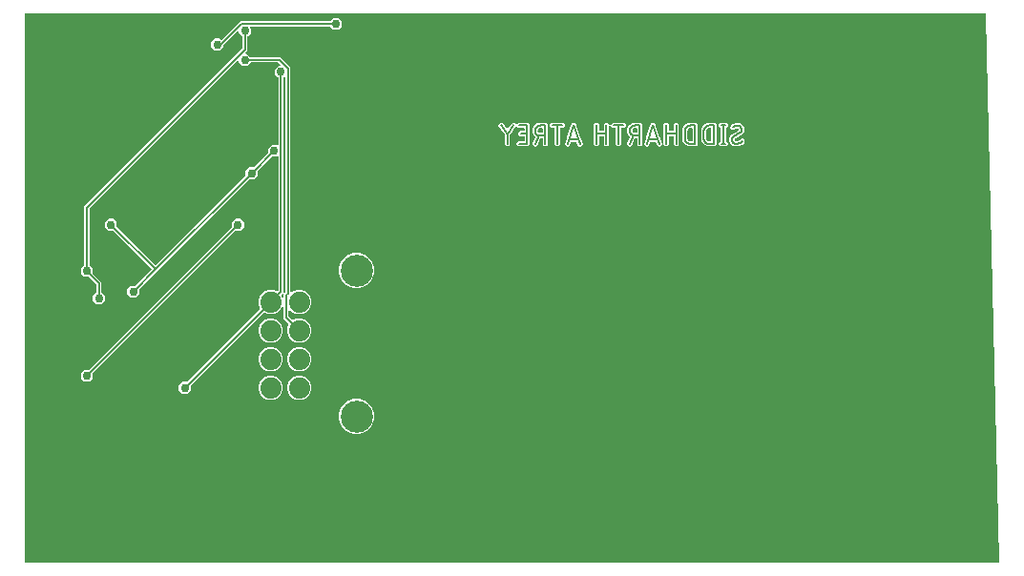
<source format=gbr>
G04 EAGLE Gerber RS-274X export*
G75*
%MOMM*%
%FSLAX34Y34*%
%LPD*%
%INBottom Copper*%
%IPPOS*%
%AMOC8*
5,1,8,0,0,1.08239X$1,22.5*%
G01*
%ADD10C,0.152400*%
%ADD11C,2.857500*%
%ADD12C,1.879600*%
%ADD13C,0.756400*%

G36*
X874531Y302265D02*
X874531Y302265D01*
X874560Y302263D01*
X874652Y302285D01*
X874744Y302300D01*
X874770Y302314D01*
X874799Y302321D01*
X874879Y302372D01*
X874962Y302416D01*
X874982Y302437D01*
X875007Y302453D01*
X875066Y302526D01*
X875131Y302594D01*
X875143Y302621D01*
X875162Y302644D01*
X875195Y302732D01*
X875235Y302817D01*
X875238Y302846D01*
X875248Y302874D01*
X875263Y303041D01*
X863109Y789097D01*
X863107Y789107D01*
X863108Y789117D01*
X863084Y789228D01*
X863063Y789339D01*
X863058Y789348D01*
X863056Y789358D01*
X862998Y789455D01*
X862942Y789553D01*
X862935Y789560D01*
X862929Y789569D01*
X862844Y789642D01*
X862760Y789718D01*
X862750Y789722D01*
X862743Y789729D01*
X862638Y789771D01*
X862534Y789816D01*
X862524Y789817D01*
X862514Y789821D01*
X862348Y789839D01*
X10922Y789839D01*
X10902Y789836D01*
X10883Y789838D01*
X10781Y789816D01*
X10679Y789800D01*
X10662Y789790D01*
X10642Y789786D01*
X10553Y789733D01*
X10462Y789684D01*
X10448Y789670D01*
X10431Y789660D01*
X10364Y789581D01*
X10292Y789506D01*
X10284Y789488D01*
X10271Y789473D01*
X10232Y789377D01*
X10189Y789283D01*
X10187Y789263D01*
X10179Y789245D01*
X10161Y789078D01*
X10161Y303022D01*
X10164Y303002D01*
X10162Y302983D01*
X10184Y302881D01*
X10200Y302779D01*
X10210Y302762D01*
X10214Y302742D01*
X10267Y302653D01*
X10316Y302562D01*
X10330Y302548D01*
X10340Y302531D01*
X10419Y302464D01*
X10494Y302392D01*
X10512Y302384D01*
X10527Y302371D01*
X10623Y302332D01*
X10717Y302289D01*
X10737Y302287D01*
X10755Y302279D01*
X10922Y302261D01*
X874502Y302261D01*
X874531Y302265D01*
G37*
%LPC*%
G36*
X150202Y451893D02*
X150202Y451893D01*
X147093Y455002D01*
X147093Y459398D01*
X150202Y462507D01*
X154157Y462507D01*
X154248Y462521D01*
X154338Y462529D01*
X154368Y462541D01*
X154400Y462546D01*
X154481Y462589D01*
X154565Y462625D01*
X154597Y462651D01*
X154618Y462662D01*
X154640Y462685D01*
X154696Y462730D01*
X218933Y526967D01*
X219001Y527061D01*
X219071Y527156D01*
X219073Y527162D01*
X219077Y527167D01*
X219111Y527278D01*
X219147Y527390D01*
X219147Y527396D01*
X219149Y527402D01*
X219146Y527519D01*
X219145Y527636D01*
X219143Y527643D01*
X219143Y527648D01*
X219136Y527665D01*
X219098Y527797D01*
X217677Y531227D01*
X217677Y535573D01*
X219340Y539587D01*
X222413Y542660D01*
X226427Y544323D01*
X230773Y544323D01*
X234203Y542902D01*
X234317Y542875D01*
X234430Y542847D01*
X234437Y542847D01*
X234443Y542846D01*
X234559Y542857D01*
X234676Y542866D01*
X234681Y542868D01*
X234688Y542869D01*
X234795Y542917D01*
X234902Y542962D01*
X234908Y542967D01*
X234912Y542969D01*
X234926Y542981D01*
X235033Y543067D01*
X235234Y543268D01*
X235287Y543342D01*
X235347Y543412D01*
X235359Y543442D01*
X235378Y543468D01*
X235405Y543555D01*
X235439Y543640D01*
X235443Y543681D01*
X235450Y543703D01*
X235449Y543735D01*
X235457Y543807D01*
X235457Y661979D01*
X235446Y662049D01*
X235444Y662121D01*
X235426Y662170D01*
X235418Y662221D01*
X235384Y662285D01*
X235359Y662352D01*
X235327Y662393D01*
X235302Y662439D01*
X235250Y662488D01*
X235206Y662544D01*
X235162Y662572D01*
X235124Y662608D01*
X235059Y662638D01*
X234999Y662677D01*
X234948Y662690D01*
X234901Y662712D01*
X234830Y662720D01*
X234760Y662737D01*
X234708Y662733D01*
X234657Y662739D01*
X234586Y662724D01*
X234515Y662718D01*
X234467Y662698D01*
X234416Y662687D01*
X234355Y662650D01*
X234289Y662622D01*
X234233Y662577D01*
X234205Y662560D01*
X234190Y662543D01*
X234158Y662517D01*
X233846Y662205D01*
X229891Y662205D01*
X229800Y662191D01*
X229710Y662183D01*
X229680Y662171D01*
X229648Y662166D01*
X229567Y662123D01*
X229483Y662087D01*
X229451Y662061D01*
X229430Y662050D01*
X229408Y662027D01*
X229352Y661982D01*
X217366Y649996D01*
X217313Y649922D01*
X217253Y649852D01*
X217241Y649822D01*
X217222Y649796D01*
X217195Y649709D01*
X217161Y649624D01*
X217157Y649583D01*
X217150Y649561D01*
X217151Y649529D01*
X217143Y649457D01*
X217143Y645502D01*
X214034Y642393D01*
X210079Y642393D01*
X209988Y642379D01*
X209898Y642371D01*
X209868Y642359D01*
X209836Y642354D01*
X209755Y642311D01*
X209671Y642275D01*
X209639Y642249D01*
X209618Y642238D01*
X209596Y642215D01*
X209540Y642170D01*
X112210Y544840D01*
X112162Y544774D01*
X112155Y544766D01*
X112153Y544762D01*
X112097Y544696D01*
X112085Y544666D01*
X112066Y544640D01*
X112039Y544553D01*
X112005Y544468D01*
X112001Y544427D01*
X111994Y544405D01*
X111995Y544373D01*
X111987Y544301D01*
X111987Y540346D01*
X108878Y537237D01*
X104482Y537237D01*
X101373Y540346D01*
X101373Y544742D01*
X104482Y547851D01*
X108437Y547851D01*
X108528Y547865D01*
X108618Y547873D01*
X108648Y547885D01*
X108680Y547890D01*
X108761Y547933D01*
X108845Y547969D01*
X108877Y547995D01*
X108898Y548006D01*
X108920Y548029D01*
X108976Y548074D01*
X122720Y561818D01*
X122731Y561834D01*
X122747Y561846D01*
X122803Y561934D01*
X122863Y562017D01*
X122869Y562036D01*
X122880Y562053D01*
X122905Y562154D01*
X122936Y562253D01*
X122935Y562272D01*
X122940Y562292D01*
X122932Y562395D01*
X122929Y562498D01*
X122922Y562517D01*
X122921Y562537D01*
X122881Y562632D01*
X122845Y562729D01*
X122832Y562745D01*
X122825Y562763D01*
X122720Y562894D01*
X89164Y596450D01*
X89090Y596503D01*
X89020Y596563D01*
X88990Y596575D01*
X88964Y596594D01*
X88877Y596621D01*
X88792Y596655D01*
X88751Y596659D01*
X88729Y596666D01*
X88697Y596665D01*
X88625Y596673D01*
X84670Y596673D01*
X81561Y599782D01*
X81561Y604178D01*
X84670Y607287D01*
X89066Y607287D01*
X92175Y604178D01*
X92175Y600223D01*
X92189Y600132D01*
X92197Y600042D01*
X92209Y600012D01*
X92214Y599980D01*
X92257Y599899D01*
X92293Y599815D01*
X92319Y599783D01*
X92330Y599762D01*
X92353Y599740D01*
X92398Y599684D01*
X125954Y566128D01*
X125970Y566117D01*
X125982Y566101D01*
X126070Y566045D01*
X126153Y565985D01*
X126172Y565979D01*
X126189Y565968D01*
X126290Y565943D01*
X126389Y565912D01*
X126408Y565913D01*
X126428Y565908D01*
X126531Y565916D01*
X126634Y565919D01*
X126653Y565926D01*
X126673Y565927D01*
X126768Y565967D01*
X126865Y566003D01*
X126881Y566016D01*
X126899Y566023D01*
X127030Y566128D01*
X206306Y645404D01*
X206359Y645478D01*
X206419Y645548D01*
X206431Y645578D01*
X206450Y645604D01*
X206477Y645691D01*
X206511Y645776D01*
X206515Y645817D01*
X206522Y645839D01*
X206521Y645871D01*
X206529Y645943D01*
X206529Y649898D01*
X209638Y653007D01*
X213593Y653007D01*
X213684Y653021D01*
X213774Y653029D01*
X213804Y653041D01*
X213836Y653046D01*
X213917Y653089D01*
X214001Y653125D01*
X214033Y653151D01*
X214054Y653162D01*
X214076Y653185D01*
X214132Y653230D01*
X226118Y665216D01*
X226171Y665290D01*
X226231Y665360D01*
X226243Y665390D01*
X226262Y665416D01*
X226289Y665503D01*
X226323Y665588D01*
X226327Y665629D01*
X226334Y665651D01*
X226333Y665683D01*
X226341Y665755D01*
X226341Y669710D01*
X229450Y672819D01*
X233846Y672819D01*
X234158Y672507D01*
X234216Y672465D01*
X234268Y672416D01*
X234315Y672394D01*
X234357Y672364D01*
X234426Y672342D01*
X234491Y672312D01*
X234543Y672307D01*
X234593Y672291D01*
X234664Y672293D01*
X234735Y672285D01*
X234786Y672296D01*
X234838Y672298D01*
X234906Y672322D01*
X234976Y672337D01*
X235021Y672364D01*
X235069Y672382D01*
X235125Y672427D01*
X235187Y672464D01*
X235221Y672503D01*
X235261Y672536D01*
X235300Y672596D01*
X235347Y672651D01*
X235366Y672699D01*
X235394Y672743D01*
X235412Y672812D01*
X235439Y672879D01*
X235447Y672950D01*
X235455Y672981D01*
X235453Y673004D01*
X235457Y673045D01*
X235457Y732083D01*
X235443Y732173D01*
X235435Y732264D01*
X235423Y732293D01*
X235418Y732325D01*
X235375Y732406D01*
X235339Y732490D01*
X235313Y732522D01*
X235302Y732543D01*
X235279Y732565D01*
X235234Y732621D01*
X232437Y735418D01*
X232437Y739814D01*
X235546Y742923D01*
X236510Y742923D01*
X236580Y742934D01*
X236652Y742936D01*
X236701Y742954D01*
X236752Y742962D01*
X236816Y742996D01*
X236883Y743021D01*
X236924Y743053D01*
X236970Y743078D01*
X237019Y743130D01*
X237075Y743174D01*
X237103Y743218D01*
X237139Y743256D01*
X237169Y743321D01*
X237208Y743381D01*
X237221Y743432D01*
X237243Y743479D01*
X237251Y743550D01*
X237268Y743620D01*
X237264Y743672D01*
X237270Y743723D01*
X237255Y743794D01*
X237249Y743865D01*
X237229Y743913D01*
X237218Y743964D01*
X237181Y744025D01*
X237153Y744091D01*
X237108Y744147D01*
X237091Y744175D01*
X237074Y744190D01*
X237048Y744222D01*
X235496Y745774D01*
X235422Y745827D01*
X235352Y745887D01*
X235322Y745899D01*
X235296Y745918D01*
X235209Y745945D01*
X235124Y745979D01*
X235083Y745983D01*
X235061Y745990D01*
X235029Y745989D01*
X234957Y745997D01*
X211273Y745997D01*
X211183Y745983D01*
X211092Y745975D01*
X211063Y745963D01*
X211031Y745958D01*
X210950Y745915D01*
X210866Y745879D01*
X210834Y745853D01*
X210813Y745842D01*
X210791Y745819D01*
X210735Y745774D01*
X207938Y742977D01*
X203542Y742977D01*
X200433Y746086D01*
X200433Y747050D01*
X200422Y747120D01*
X200420Y747192D01*
X200402Y747241D01*
X200394Y747292D01*
X200360Y747356D01*
X200335Y747423D01*
X200303Y747464D01*
X200278Y747510D01*
X200226Y747559D01*
X200182Y747615D01*
X200138Y747643D01*
X200100Y747679D01*
X200035Y747709D01*
X199975Y747748D01*
X199924Y747761D01*
X199877Y747783D01*
X199806Y747791D01*
X199736Y747808D01*
X199684Y747804D01*
X199633Y747810D01*
X199562Y747795D01*
X199491Y747789D01*
X199443Y747769D01*
X199392Y747758D01*
X199331Y747721D01*
X199265Y747693D01*
X199209Y747648D01*
X199181Y747631D01*
X199166Y747614D01*
X199134Y747588D01*
X68042Y616496D01*
X67989Y616422D01*
X67929Y616352D01*
X67917Y616322D01*
X67898Y616296D01*
X67871Y616209D01*
X67837Y616124D01*
X67833Y616083D01*
X67826Y616061D01*
X67827Y616029D01*
X67819Y615957D01*
X67819Y566365D01*
X67833Y566275D01*
X67841Y566184D01*
X67853Y566155D01*
X67858Y566123D01*
X67901Y566042D01*
X67937Y565958D01*
X67963Y565926D01*
X67974Y565905D01*
X67997Y565883D01*
X68042Y565827D01*
X70839Y563030D01*
X70839Y559075D01*
X70853Y558984D01*
X70861Y558894D01*
X70873Y558864D01*
X70878Y558832D01*
X70921Y558751D01*
X70957Y558667D01*
X70983Y558635D01*
X70994Y558614D01*
X71017Y558592D01*
X71062Y558536D01*
X78487Y551111D01*
X78487Y541981D01*
X78501Y541891D01*
X78509Y541800D01*
X78521Y541771D01*
X78526Y541739D01*
X78569Y541658D01*
X78605Y541574D01*
X78631Y541542D01*
X78642Y541521D01*
X78665Y541499D01*
X78710Y541443D01*
X81507Y538646D01*
X81507Y534250D01*
X78398Y531141D01*
X74002Y531141D01*
X70893Y534250D01*
X70893Y538646D01*
X73690Y541443D01*
X73743Y541517D01*
X73803Y541587D01*
X73815Y541617D01*
X73834Y541643D01*
X73861Y541730D01*
X73895Y541815D01*
X73899Y541856D01*
X73906Y541878D01*
X73905Y541910D01*
X73913Y541981D01*
X73913Y548901D01*
X73907Y548938D01*
X73908Y548945D01*
X73900Y548980D01*
X73899Y548992D01*
X73891Y549082D01*
X73879Y549112D01*
X73874Y549144D01*
X73859Y549172D01*
X73856Y549186D01*
X73827Y549233D01*
X73795Y549309D01*
X73769Y549341D01*
X73758Y549362D01*
X73740Y549379D01*
X73730Y549397D01*
X73714Y549410D01*
X73690Y549440D01*
X67828Y555302D01*
X67754Y555355D01*
X67684Y555415D01*
X67654Y555427D01*
X67628Y555446D01*
X67541Y555473D01*
X67456Y555507D01*
X67415Y555511D01*
X67393Y555518D01*
X67361Y555517D01*
X67289Y555525D01*
X63334Y555525D01*
X60225Y558634D01*
X60225Y563030D01*
X63022Y565827D01*
X63075Y565901D01*
X63135Y565971D01*
X63147Y566001D01*
X63166Y566027D01*
X63193Y566114D01*
X63227Y566199D01*
X63231Y566240D01*
X63238Y566262D01*
X63237Y566294D01*
X63245Y566365D01*
X63245Y618167D01*
X203230Y758152D01*
X203283Y758226D01*
X203343Y758296D01*
X203355Y758326D01*
X203374Y758352D01*
X203401Y758439D01*
X203435Y758524D01*
X203439Y758565D01*
X203446Y758587D01*
X203445Y758619D01*
X203453Y758691D01*
X203453Y768659D01*
X203439Y768749D01*
X203431Y768840D01*
X203419Y768869D01*
X203414Y768901D01*
X203371Y768982D01*
X203335Y769066D01*
X203309Y769098D01*
X203298Y769119D01*
X203275Y769141D01*
X203230Y769197D01*
X200433Y771994D01*
X200433Y772958D01*
X200422Y773028D01*
X200420Y773100D01*
X200402Y773149D01*
X200394Y773200D01*
X200360Y773264D01*
X200335Y773331D01*
X200303Y773372D01*
X200278Y773418D01*
X200227Y773467D01*
X200182Y773523D01*
X200138Y773551D01*
X200100Y773587D01*
X200035Y773617D01*
X199975Y773656D01*
X199924Y773669D01*
X199877Y773691D01*
X199806Y773699D01*
X199736Y773716D01*
X199684Y773712D01*
X199633Y773718D01*
X199562Y773703D01*
X199491Y773697D01*
X199443Y773677D01*
X199392Y773666D01*
X199331Y773629D01*
X199265Y773601D01*
X199209Y773556D01*
X199181Y773539D01*
X199166Y773522D01*
X199134Y773496D01*
X186886Y761248D01*
X186833Y761174D01*
X186773Y761104D01*
X186761Y761074D01*
X186742Y761048D01*
X186715Y760961D01*
X186681Y760876D01*
X186677Y760835D01*
X186670Y760813D01*
X186671Y760781D01*
X186663Y760710D01*
X186663Y759802D01*
X183554Y756693D01*
X179158Y756693D01*
X176049Y759802D01*
X176049Y764198D01*
X179158Y767307D01*
X183554Y767307D01*
X184477Y766384D01*
X184493Y766372D01*
X184506Y766356D01*
X184593Y766300D01*
X184677Y766240D01*
X184696Y766234D01*
X184713Y766223D01*
X184813Y766198D01*
X184912Y766168D01*
X184932Y766168D01*
X184951Y766163D01*
X185054Y766171D01*
X185158Y766174D01*
X185177Y766181D01*
X185196Y766183D01*
X185291Y766223D01*
X185389Y766259D01*
X185405Y766271D01*
X185423Y766279D01*
X185554Y766384D01*
X200182Y781012D01*
X201745Y782575D01*
X280979Y782575D01*
X281069Y782589D01*
X281160Y782597D01*
X281189Y782609D01*
X281221Y782614D01*
X281302Y782657D01*
X281386Y782693D01*
X281418Y782719D01*
X281439Y782730D01*
X281461Y782753D01*
X281517Y782798D01*
X284314Y785595D01*
X288710Y785595D01*
X291819Y782486D01*
X291819Y778090D01*
X288710Y774981D01*
X284314Y774981D01*
X281517Y777778D01*
X281443Y777831D01*
X281373Y777891D01*
X281343Y777903D01*
X281317Y777922D01*
X281230Y777949D01*
X281145Y777983D01*
X281104Y777987D01*
X281082Y777994D01*
X281050Y777993D01*
X280979Y778001D01*
X211273Y778001D01*
X211203Y777990D01*
X211131Y777988D01*
X211082Y777970D01*
X211031Y777962D01*
X210967Y777928D01*
X210900Y777903D01*
X210859Y777871D01*
X210813Y777846D01*
X210764Y777794D01*
X210708Y777750D01*
X210680Y777706D01*
X210644Y777668D01*
X210614Y777603D01*
X210575Y777543D01*
X210562Y777492D01*
X210540Y777445D01*
X210532Y777374D01*
X210515Y777304D01*
X210519Y777252D01*
X210513Y777201D01*
X210528Y777130D01*
X210534Y777059D01*
X210554Y777011D01*
X210565Y776960D01*
X210602Y776899D01*
X210630Y776833D01*
X210675Y776777D01*
X210692Y776749D01*
X210709Y776734D01*
X210735Y776702D01*
X211047Y776390D01*
X211047Y771994D01*
X208250Y769197D01*
X208197Y769123D01*
X208137Y769053D01*
X208125Y769023D01*
X208106Y768997D01*
X208079Y768910D01*
X208045Y768825D01*
X208041Y768784D01*
X208034Y768762D01*
X208035Y768730D01*
X208027Y768659D01*
X208027Y756481D01*
X206436Y754890D01*
X206394Y754832D01*
X206345Y754780D01*
X206323Y754733D01*
X206293Y754691D01*
X206272Y754622D01*
X206241Y754557D01*
X206236Y754505D01*
X206220Y754455D01*
X206222Y754384D01*
X206214Y754313D01*
X206225Y754262D01*
X206227Y754210D01*
X206251Y754142D01*
X206266Y754072D01*
X206293Y754027D01*
X206311Y753979D01*
X206356Y753923D01*
X206393Y753861D01*
X206432Y753827D01*
X206465Y753787D01*
X206525Y753748D01*
X206580Y753701D01*
X206628Y753682D01*
X206672Y753654D01*
X206741Y753636D01*
X206808Y753609D01*
X206879Y753601D01*
X206910Y753593D01*
X206934Y753595D01*
X206974Y753591D01*
X207938Y753591D01*
X210735Y750794D01*
X210809Y750741D01*
X210879Y750681D01*
X210909Y750669D01*
X210935Y750650D01*
X211022Y750623D01*
X211107Y750589D01*
X211148Y750585D01*
X211170Y750578D01*
X211202Y750579D01*
X211273Y750571D01*
X237167Y750571D01*
X246127Y741611D01*
X246127Y542812D01*
X246130Y542794D01*
X246128Y542776D01*
X246139Y542726D01*
X246140Y542669D01*
X246158Y542620D01*
X246166Y542569D01*
X246177Y542548D01*
X246180Y542536D01*
X246203Y542498D01*
X246225Y542438D01*
X246257Y542397D01*
X246282Y542351D01*
X246302Y542332D01*
X246306Y542325D01*
X246335Y542300D01*
X246378Y542246D01*
X246422Y542218D01*
X246460Y542182D01*
X246489Y542169D01*
X246493Y542165D01*
X246522Y542153D01*
X246525Y542152D01*
X246585Y542113D01*
X246636Y542100D01*
X246683Y542078D01*
X246717Y542075D01*
X246721Y542073D01*
X246763Y542068D01*
X246824Y542053D01*
X246869Y542057D01*
X246888Y542054D01*
X246892Y542054D01*
X246895Y542055D01*
X246927Y542051D01*
X246998Y542067D01*
X247069Y542072D01*
X247112Y542090D01*
X247135Y542094D01*
X247142Y542098D01*
X247168Y542104D01*
X247229Y542140D01*
X247295Y542169D01*
X247335Y542200D01*
X247352Y542209D01*
X247362Y542220D01*
X247379Y542230D01*
X247394Y542248D01*
X247426Y542273D01*
X247813Y542660D01*
X251827Y544323D01*
X256173Y544323D01*
X260187Y542660D01*
X263260Y539587D01*
X264923Y535573D01*
X264923Y531227D01*
X263260Y527213D01*
X260187Y524140D01*
X256173Y522477D01*
X251827Y522477D01*
X247813Y524140D01*
X245902Y526051D01*
X245844Y526093D01*
X245792Y526142D01*
X245745Y526164D01*
X245703Y526194D01*
X245634Y526215D01*
X245569Y526246D01*
X245517Y526251D01*
X245467Y526267D01*
X245396Y526265D01*
X245325Y526273D01*
X245274Y526262D01*
X245222Y526260D01*
X245154Y526236D01*
X245084Y526220D01*
X245039Y526194D01*
X244991Y526176D01*
X244935Y526131D01*
X244873Y526094D01*
X244839Y526055D01*
X244799Y526022D01*
X244760Y525962D01*
X244713Y525907D01*
X244694Y525859D01*
X244666Y525815D01*
X244648Y525746D01*
X244621Y525679D01*
X244613Y525608D01*
X244605Y525577D01*
X244607Y525553D01*
X244603Y525512D01*
X244603Y520947D01*
X244617Y520856D01*
X244625Y520766D01*
X244637Y520736D01*
X244642Y520704D01*
X244685Y520623D01*
X244721Y520539D01*
X244747Y520507D01*
X244758Y520486D01*
X244781Y520464D01*
X244826Y520408D01*
X247567Y517667D01*
X247661Y517599D01*
X247756Y517529D01*
X247762Y517527D01*
X247767Y517523D01*
X247878Y517489D01*
X247990Y517453D01*
X247996Y517453D01*
X248002Y517451D01*
X248119Y517454D01*
X248236Y517455D01*
X248243Y517457D01*
X248248Y517457D01*
X248265Y517464D01*
X248397Y517502D01*
X251827Y518923D01*
X256173Y518923D01*
X260187Y517260D01*
X263260Y514187D01*
X264923Y510173D01*
X264923Y505827D01*
X263260Y501813D01*
X260187Y498740D01*
X256173Y497077D01*
X251827Y497077D01*
X247813Y498740D01*
X244740Y501813D01*
X243077Y505827D01*
X243077Y510173D01*
X244498Y513603D01*
X244508Y513646D01*
X244525Y513683D01*
X244533Y513747D01*
X244553Y513830D01*
X244553Y513837D01*
X244554Y513843D01*
X244549Y513898D01*
X244553Y513928D01*
X244542Y513976D01*
X244534Y514076D01*
X244532Y514081D01*
X244531Y514088D01*
X244505Y514147D01*
X244500Y514168D01*
X244482Y514199D01*
X244438Y514302D01*
X244433Y514308D01*
X244431Y514312D01*
X244419Y514326D01*
X244333Y514433D01*
X240029Y518737D01*
X240029Y528623D01*
X240014Y528719D01*
X240004Y528816D01*
X239994Y528840D01*
X239990Y528866D01*
X239944Y528952D01*
X239904Y529041D01*
X239887Y529060D01*
X239874Y529083D01*
X239804Y529150D01*
X239738Y529222D01*
X239715Y529235D01*
X239696Y529253D01*
X239608Y529294D01*
X239522Y529341D01*
X239497Y529345D01*
X239473Y529356D01*
X239376Y529367D01*
X239280Y529384D01*
X239254Y529381D01*
X239229Y529383D01*
X239133Y529363D01*
X239037Y529349D01*
X239014Y529337D01*
X238988Y529331D01*
X238905Y529281D01*
X238818Y529237D01*
X238799Y529218D01*
X238777Y529205D01*
X238714Y529131D01*
X238646Y529061D01*
X238630Y529033D01*
X238617Y529018D01*
X238605Y528987D01*
X238565Y528915D01*
X237860Y527213D01*
X234787Y524140D01*
X230773Y522477D01*
X226427Y522477D01*
X222997Y523898D01*
X222883Y523925D01*
X222770Y523953D01*
X222763Y523953D01*
X222757Y523954D01*
X222641Y523943D01*
X222524Y523934D01*
X222519Y523932D01*
X222512Y523931D01*
X222405Y523883D01*
X222298Y523838D01*
X222292Y523833D01*
X222288Y523831D01*
X222274Y523819D01*
X222167Y523733D01*
X157930Y459496D01*
X157877Y459422D01*
X157817Y459352D01*
X157805Y459322D01*
X157786Y459296D01*
X157759Y459209D01*
X157725Y459124D01*
X157721Y459083D01*
X157714Y459061D01*
X157715Y459029D01*
X157707Y458957D01*
X157707Y455002D01*
X154598Y451893D01*
X150202Y451893D01*
G37*
%LPD*%
%LPC*%
G36*
X63334Y462561D02*
X63334Y462561D01*
X60225Y465670D01*
X60225Y470066D01*
X63334Y473175D01*
X67289Y473175D01*
X67380Y473189D01*
X67470Y473197D01*
X67500Y473209D01*
X67532Y473214D01*
X67613Y473257D01*
X67697Y473293D01*
X67729Y473319D01*
X67750Y473330D01*
X67772Y473353D01*
X67828Y473398D01*
X194114Y599684D01*
X194167Y599758D01*
X194227Y599828D01*
X194239Y599858D01*
X194258Y599884D01*
X194285Y599971D01*
X194319Y600056D01*
X194323Y600097D01*
X194330Y600119D01*
X194329Y600151D01*
X194337Y600223D01*
X194337Y604178D01*
X197446Y607287D01*
X201842Y607287D01*
X204951Y604178D01*
X204951Y599782D01*
X201842Y596673D01*
X197887Y596673D01*
X197796Y596659D01*
X197706Y596651D01*
X197676Y596639D01*
X197644Y596634D01*
X197563Y596591D01*
X197479Y596555D01*
X197447Y596529D01*
X197426Y596518D01*
X197404Y596495D01*
X197348Y596450D01*
X71062Y470164D01*
X71009Y470090D01*
X70949Y470020D01*
X70937Y469990D01*
X70918Y469964D01*
X70891Y469877D01*
X70857Y469792D01*
X70853Y469751D01*
X70846Y469729D01*
X70847Y469697D01*
X70839Y469625D01*
X70839Y465670D01*
X67730Y462561D01*
X63334Y462561D01*
G37*
%LPD*%
%LPC*%
G36*
X301655Y545528D02*
X301655Y545528D01*
X295843Y547935D01*
X291395Y552383D01*
X288988Y558195D01*
X288988Y564485D01*
X291395Y570297D01*
X295843Y574745D01*
X301655Y577152D01*
X307945Y577152D01*
X313757Y574745D01*
X318205Y570297D01*
X320612Y564485D01*
X320612Y558195D01*
X318205Y552383D01*
X313757Y547935D01*
X307945Y545528D01*
X301655Y545528D01*
G37*
%LPD*%
%LPC*%
G36*
X301655Y415988D02*
X301655Y415988D01*
X295843Y418395D01*
X291395Y422843D01*
X288988Y428655D01*
X288988Y434945D01*
X291395Y440757D01*
X295843Y445205D01*
X301655Y447612D01*
X307945Y447612D01*
X313757Y445205D01*
X318205Y440757D01*
X320612Y434945D01*
X320612Y428655D01*
X318205Y422843D01*
X313757Y418395D01*
X307945Y415988D01*
X301655Y415988D01*
G37*
%LPD*%
%LPC*%
G36*
X226427Y497077D02*
X226427Y497077D01*
X222413Y498740D01*
X219340Y501813D01*
X217677Y505827D01*
X217677Y510173D01*
X219340Y514187D01*
X222413Y517260D01*
X226427Y518923D01*
X230773Y518923D01*
X234787Y517260D01*
X237860Y514187D01*
X239523Y510173D01*
X239523Y505827D01*
X237860Y501813D01*
X234787Y498740D01*
X230773Y497077D01*
X226427Y497077D01*
G37*
%LPD*%
%LPC*%
G36*
X251827Y471677D02*
X251827Y471677D01*
X247813Y473340D01*
X244740Y476413D01*
X243077Y480427D01*
X243077Y484773D01*
X244740Y488787D01*
X247813Y491860D01*
X251827Y493523D01*
X256173Y493523D01*
X260187Y491860D01*
X263260Y488787D01*
X264923Y484773D01*
X264923Y480427D01*
X263260Y476413D01*
X260187Y473340D01*
X256173Y471677D01*
X251827Y471677D01*
G37*
%LPD*%
%LPC*%
G36*
X226427Y471677D02*
X226427Y471677D01*
X222413Y473340D01*
X219340Y476413D01*
X217677Y480427D01*
X217677Y484773D01*
X219340Y488787D01*
X222413Y491860D01*
X226427Y493523D01*
X230773Y493523D01*
X234787Y491860D01*
X237860Y488787D01*
X239523Y484773D01*
X239523Y480427D01*
X237860Y476413D01*
X234787Y473340D01*
X230773Y471677D01*
X226427Y471677D01*
G37*
%LPD*%
%LPC*%
G36*
X251827Y446277D02*
X251827Y446277D01*
X247813Y447940D01*
X244740Y451013D01*
X243077Y455027D01*
X243077Y459373D01*
X244740Y463387D01*
X247813Y466460D01*
X251827Y468123D01*
X256173Y468123D01*
X260187Y466460D01*
X263260Y463387D01*
X264923Y459373D01*
X264923Y455027D01*
X263260Y451013D01*
X260187Y447940D01*
X256173Y446277D01*
X251827Y446277D01*
G37*
%LPD*%
%LPC*%
G36*
X226427Y446277D02*
X226427Y446277D01*
X222413Y447940D01*
X219340Y451013D01*
X217677Y455027D01*
X217677Y459373D01*
X219340Y463387D01*
X222413Y466460D01*
X226427Y468123D01*
X230773Y468123D01*
X234787Y466460D01*
X237860Y463387D01*
X239523Y459373D01*
X239523Y455027D01*
X237860Y451013D01*
X234787Y447940D01*
X230773Y446277D01*
X226427Y446277D01*
G37*
%LPD*%
%LPC*%
G36*
X516599Y671575D02*
X516599Y671575D01*
X515260Y672915D01*
X515260Y691065D01*
X516599Y692405D01*
X518494Y692405D01*
X519833Y691065D01*
X519833Y685941D01*
X519836Y685921D01*
X519834Y685902D01*
X519856Y685800D01*
X519873Y685698D01*
X519882Y685681D01*
X519886Y685661D01*
X519940Y685572D01*
X519988Y685481D01*
X520002Y685467D01*
X520013Y685450D01*
X520091Y685383D01*
X520166Y685312D01*
X520184Y685303D01*
X520199Y685290D01*
X520296Y685251D01*
X520389Y685208D01*
X520409Y685206D01*
X520428Y685198D01*
X520594Y685180D01*
X523529Y685180D01*
X523549Y685183D01*
X523569Y685181D01*
X523670Y685203D01*
X523772Y685220D01*
X523790Y685229D01*
X523809Y685233D01*
X523898Y685286D01*
X523990Y685335D01*
X524003Y685349D01*
X524020Y685359D01*
X524088Y685438D01*
X524159Y685513D01*
X524167Y685531D01*
X524180Y685546D01*
X524219Y685642D01*
X524263Y685736D01*
X524265Y685756D01*
X524272Y685774D01*
X524291Y685941D01*
X524291Y691065D01*
X525630Y692405D01*
X527525Y692405D01*
X529079Y690851D01*
X529095Y690839D01*
X529107Y690823D01*
X529195Y690767D01*
X529278Y690707D01*
X529297Y690701D01*
X529314Y690690D01*
X529415Y690665D01*
X529514Y690635D01*
X529533Y690635D01*
X529553Y690630D01*
X529656Y690638D01*
X529759Y690641D01*
X529778Y690648D01*
X529798Y690650D01*
X529893Y690690D01*
X529990Y690726D01*
X530006Y690738D01*
X530024Y690746D01*
X530155Y690851D01*
X531709Y692405D01*
X542635Y692405D01*
X543974Y691065D01*
X543974Y689171D01*
X542635Y687831D01*
X540220Y687831D01*
X540200Y687828D01*
X540181Y687830D01*
X540079Y687808D01*
X539977Y687792D01*
X539960Y687782D01*
X539940Y687778D01*
X539851Y687725D01*
X539760Y687676D01*
X539746Y687662D01*
X539729Y687652D01*
X539662Y687573D01*
X539591Y687498D01*
X539582Y687480D01*
X539569Y687465D01*
X539530Y687369D01*
X539487Y687275D01*
X539485Y687255D01*
X539477Y687237D01*
X539459Y687070D01*
X539459Y672915D01*
X538119Y671575D01*
X536225Y671575D01*
X534885Y672915D01*
X534885Y687070D01*
X534882Y687090D01*
X534884Y687109D01*
X534862Y687211D01*
X534846Y687313D01*
X534836Y687330D01*
X534832Y687350D01*
X534779Y687439D01*
X534731Y687530D01*
X534716Y687544D01*
X534706Y687561D01*
X534627Y687628D01*
X534552Y687700D01*
X534534Y687708D01*
X534519Y687721D01*
X534423Y687760D01*
X534329Y687803D01*
X534309Y687805D01*
X534291Y687813D01*
X534124Y687831D01*
X531709Y687831D01*
X530164Y689377D01*
X530105Y689419D01*
X530053Y689468D01*
X530006Y689490D01*
X529964Y689520D01*
X529895Y689542D01*
X529830Y689572D01*
X529779Y689578D01*
X529729Y689593D01*
X529657Y689591D01*
X529586Y689599D01*
X529535Y689588D01*
X529483Y689586D01*
X529416Y689562D01*
X529346Y689547D01*
X529301Y689520D01*
X529252Y689502D01*
X529196Y689457D01*
X529134Y689420D01*
X529101Y689381D01*
X529060Y689348D01*
X529021Y689288D01*
X528975Y689234D01*
X528955Y689185D01*
X528927Y689141D01*
X528909Y689072D01*
X528883Y689005D01*
X528875Y688934D01*
X528867Y688903D01*
X528869Y688880D01*
X528864Y688839D01*
X528864Y672915D01*
X527525Y671575D01*
X525630Y671575D01*
X524291Y672915D01*
X524291Y679845D01*
X524288Y679863D01*
X524290Y679880D01*
X524289Y679882D01*
X524290Y679885D01*
X524268Y679986D01*
X524251Y680088D01*
X524242Y680105D01*
X524237Y680125D01*
X524184Y680214D01*
X524136Y680305D01*
X524121Y680319D01*
X524111Y680336D01*
X524032Y680403D01*
X523957Y680475D01*
X523939Y680483D01*
X523924Y680496D01*
X523828Y680535D01*
X523734Y680578D01*
X523715Y680580D01*
X523696Y680588D01*
X523529Y680606D01*
X520594Y680606D01*
X520575Y680603D01*
X520555Y680605D01*
X520454Y680583D01*
X520352Y680567D01*
X520334Y680557D01*
X520314Y680553D01*
X520225Y680500D01*
X520134Y680452D01*
X520120Y680437D01*
X520103Y680427D01*
X520036Y680348D01*
X519965Y680273D01*
X519956Y680255D01*
X519943Y680240D01*
X519905Y680144D01*
X519861Y680050D01*
X519859Y680030D01*
X519852Y680012D01*
X519833Y679845D01*
X519833Y672915D01*
X518494Y671575D01*
X516599Y671575D01*
G37*
%LPD*%
%LPC*%
G36*
X437748Y671575D02*
X437748Y671575D01*
X436409Y672915D01*
X436409Y681474D01*
X436404Y681500D01*
X436407Y681527D01*
X436384Y681621D01*
X436369Y681717D01*
X436356Y681740D01*
X436350Y681766D01*
X436269Y681913D01*
X430862Y689573D01*
X431184Y691440D01*
X432732Y692532D01*
X434599Y692211D01*
X438073Y687288D01*
X438092Y687269D01*
X438105Y687246D01*
X438178Y687182D01*
X438246Y687112D01*
X438269Y687101D01*
X438289Y687083D01*
X438378Y687045D01*
X438465Y687001D01*
X438491Y686997D01*
X438516Y686987D01*
X438612Y686980D01*
X438709Y686966D01*
X438735Y686970D01*
X438761Y686968D01*
X438855Y686992D01*
X438951Y687010D01*
X438974Y687022D01*
X438999Y687029D01*
X439081Y687082D01*
X439166Y687129D01*
X439184Y687148D01*
X439206Y687162D01*
X439317Y687288D01*
X442792Y692211D01*
X444659Y692532D01*
X446189Y691452D01*
X446259Y691418D01*
X446325Y691376D01*
X446369Y691365D01*
X446410Y691345D01*
X446488Y691335D01*
X446564Y691316D01*
X446609Y691319D01*
X446654Y691313D01*
X446731Y691329D01*
X446809Y691335D01*
X446851Y691353D01*
X446895Y691361D01*
X446963Y691401D01*
X447035Y691431D01*
X447082Y691469D01*
X447109Y691484D01*
X447127Y691504D01*
X447166Y691536D01*
X448035Y692405D01*
X457154Y692405D01*
X458494Y691065D01*
X458494Y672915D01*
X457154Y671575D01*
X448035Y671575D01*
X446695Y672915D01*
X446695Y674809D01*
X448035Y676149D01*
X453159Y676149D01*
X453179Y676152D01*
X453199Y676150D01*
X453300Y676172D01*
X453402Y676188D01*
X453419Y676198D01*
X453439Y676202D01*
X453528Y676255D01*
X453619Y676304D01*
X453633Y676318D01*
X453650Y676328D01*
X453717Y676407D01*
X453789Y676482D01*
X453797Y676500D01*
X453810Y676515D01*
X453849Y676611D01*
X453892Y676705D01*
X453894Y676725D01*
X453902Y676743D01*
X453920Y676910D01*
X453920Y679845D01*
X453917Y679863D01*
X453919Y679880D01*
X453919Y679882D01*
X453919Y679885D01*
X453897Y679986D01*
X453881Y680088D01*
X453871Y680105D01*
X453867Y680125D01*
X453814Y680214D01*
X453765Y680305D01*
X453751Y680319D01*
X453741Y680336D01*
X453662Y680403D01*
X453587Y680475D01*
X453569Y680483D01*
X453554Y680496D01*
X453458Y680535D01*
X453364Y680578D01*
X453344Y680580D01*
X453326Y680588D01*
X453159Y680606D01*
X449841Y680606D01*
X448502Y681946D01*
X448502Y683840D01*
X449841Y685180D01*
X453159Y685180D01*
X453179Y685183D01*
X453199Y685181D01*
X453300Y685203D01*
X453402Y685220D01*
X453419Y685229D01*
X453439Y685233D01*
X453528Y685286D01*
X453619Y685335D01*
X453633Y685349D01*
X453650Y685359D01*
X453717Y685438D01*
X453789Y685513D01*
X453797Y685531D01*
X453810Y685546D01*
X453849Y685642D01*
X453892Y685736D01*
X453894Y685756D01*
X453902Y685774D01*
X453920Y685941D01*
X453920Y687070D01*
X453917Y687090D01*
X453919Y687109D01*
X453897Y687211D01*
X453881Y687313D01*
X453871Y687330D01*
X453867Y687350D01*
X453814Y687439D01*
X453765Y687530D01*
X453751Y687544D01*
X453741Y687561D01*
X453662Y687628D01*
X453587Y687700D01*
X453569Y687708D01*
X453554Y687721D01*
X453458Y687760D01*
X453364Y687803D01*
X453344Y687805D01*
X453326Y687813D01*
X453159Y687831D01*
X448035Y687831D01*
X447070Y688796D01*
X447001Y688846D01*
X446938Y688902D01*
X446902Y688917D01*
X446870Y688940D01*
X446789Y688965D01*
X446711Y688998D01*
X446673Y689001D01*
X446635Y689012D01*
X446551Y689010D01*
X446466Y689016D01*
X446428Y689007D01*
X446389Y689006D01*
X446310Y688977D01*
X446228Y688956D01*
X446195Y688935D01*
X446158Y688921D01*
X446092Y688868D01*
X446021Y688822D01*
X445987Y688785D01*
X445966Y688768D01*
X445950Y688742D01*
X445910Y688697D01*
X441121Y681913D01*
X441110Y681889D01*
X441092Y681869D01*
X441056Y681779D01*
X441014Y681692D01*
X441010Y681666D01*
X441000Y681641D01*
X440982Y681474D01*
X440982Y672915D01*
X439642Y671575D01*
X437748Y671575D01*
G37*
%LPD*%
G36*
X240901Y541537D02*
X240901Y541537D01*
X240971Y541543D01*
X241020Y541563D01*
X241072Y541574D01*
X241132Y541611D01*
X241198Y541638D01*
X241237Y541673D01*
X241283Y541701D01*
X241329Y541754D01*
X241382Y541801D01*
X241422Y541863D01*
X241443Y541888D01*
X241451Y541909D01*
X241473Y541942D01*
X241500Y542030D01*
X241535Y542116D01*
X241539Y542155D01*
X241546Y542177D01*
X241545Y542209D01*
X241553Y542283D01*
X241553Y732083D01*
X241542Y732152D01*
X241540Y732223D01*
X241522Y732273D01*
X241514Y732325D01*
X241481Y732388D01*
X241456Y732454D01*
X241423Y732496D01*
X241398Y732543D01*
X241347Y732591D01*
X241303Y732647D01*
X241259Y732676D01*
X241220Y732712D01*
X241156Y732742D01*
X241097Y732780D01*
X241045Y732793D01*
X240997Y732816D01*
X240927Y732824D01*
X240858Y732841D01*
X240805Y732837D01*
X240753Y732843D01*
X240683Y732828D01*
X240613Y732823D01*
X240564Y732802D01*
X240512Y732791D01*
X240452Y732754D01*
X240386Y732727D01*
X240347Y732692D01*
X240301Y732664D01*
X240255Y732611D01*
X240202Y732564D01*
X240162Y732502D01*
X240141Y732477D01*
X240133Y732456D01*
X240111Y732423D01*
X240084Y732335D01*
X240081Y732328D01*
X240049Y732249D01*
X240045Y732210D01*
X240038Y732188D01*
X240039Y732156D01*
X240031Y732083D01*
X240031Y542282D01*
X240042Y542213D01*
X240044Y542142D01*
X240062Y542092D01*
X240070Y542040D01*
X240103Y541977D01*
X240128Y541911D01*
X240161Y541869D01*
X240186Y541822D01*
X240237Y541774D01*
X240281Y541718D01*
X240325Y541690D01*
X240364Y541653D01*
X240428Y541623D01*
X240487Y541585D01*
X240539Y541572D01*
X240587Y541549D01*
X240657Y541542D01*
X240726Y541524D01*
X240779Y541528D01*
X240831Y541522D01*
X240901Y541537D01*
G37*
%LPC*%
G36*
X598916Y671575D02*
X598916Y671575D01*
X595760Y673398D01*
X593937Y676555D01*
X593937Y687425D01*
X595760Y690582D01*
X598916Y692405D01*
X606202Y692405D01*
X607541Y691065D01*
X607541Y672915D01*
X606202Y671575D01*
X602002Y671575D01*
X598916Y671575D01*
G37*
%LPD*%
%LPC*%
G36*
X615590Y671575D02*
X615590Y671575D01*
X612433Y673398D01*
X610610Y676555D01*
X610610Y687425D01*
X612433Y690582D01*
X615590Y692405D01*
X622875Y692405D01*
X624215Y691065D01*
X624215Y672915D01*
X622875Y671575D01*
X618675Y671575D01*
X615590Y671575D01*
G37*
%LPD*%
%LPC*%
G36*
X545284Y672240D02*
X545284Y672240D01*
X544685Y674037D01*
X547416Y679498D01*
X547440Y679575D01*
X547472Y679649D01*
X547476Y679692D01*
X547489Y679733D01*
X547487Y679814D01*
X547494Y679894D01*
X547484Y679936D01*
X547483Y679979D01*
X547456Y680055D01*
X547443Y680108D01*
X547440Y680121D01*
X547437Y680133D01*
X547414Y680170D01*
X547399Y680210D01*
X547349Y680273D01*
X547342Y680285D01*
X547314Y680332D01*
X547311Y680334D01*
X547306Y680342D01*
X547264Y680380D01*
X547246Y680403D01*
X547222Y680418D01*
X547182Y680455D01*
X545883Y681398D01*
X544517Y685602D01*
X545883Y689806D01*
X549459Y692405D01*
X557132Y692405D01*
X558472Y691065D01*
X558472Y673716D01*
X558472Y673714D01*
X558472Y673713D01*
X558481Y673659D01*
X558474Y673632D01*
X558476Y673609D01*
X558472Y673570D01*
X558472Y672915D01*
X557132Y671575D01*
X555238Y671575D01*
X553898Y672915D01*
X553898Y678039D01*
X553895Y678059D01*
X553897Y678078D01*
X553876Y678179D01*
X553859Y678282D01*
X553849Y678299D01*
X553845Y678319D01*
X553792Y678408D01*
X553744Y678499D01*
X553729Y678513D01*
X553719Y678530D01*
X553640Y678597D01*
X553565Y678668D01*
X553547Y678677D01*
X553532Y678690D01*
X553436Y678729D01*
X553342Y678772D01*
X553322Y678774D01*
X553304Y678782D01*
X553137Y678800D01*
X552650Y678800D01*
X552561Y678786D01*
X552471Y678779D01*
X552441Y678766D01*
X552408Y678760D01*
X552328Y678718D01*
X552245Y678683D01*
X552220Y678661D01*
X552190Y678645D01*
X552128Y678580D01*
X552061Y678520D01*
X552037Y678484D01*
X552021Y678467D01*
X552007Y678438D01*
X551969Y678379D01*
X548776Y671992D01*
X546979Y671393D01*
X545284Y672240D01*
G37*
%LPD*%
%LPC*%
G36*
X461397Y672240D02*
X461397Y672240D01*
X460798Y674037D01*
X463528Y679498D01*
X463552Y679575D01*
X463584Y679649D01*
X463588Y679692D01*
X463601Y679733D01*
X463599Y679814D01*
X463606Y679894D01*
X463596Y679936D01*
X463595Y679979D01*
X463568Y680055D01*
X463555Y680108D01*
X463552Y680121D01*
X463549Y680133D01*
X463526Y680170D01*
X463512Y680210D01*
X463461Y680273D01*
X463454Y680285D01*
X463426Y680332D01*
X463423Y680334D01*
X463419Y680342D01*
X463376Y680380D01*
X463358Y680403D01*
X463335Y680418D01*
X463295Y680455D01*
X461996Y681398D01*
X460630Y685602D01*
X461996Y689806D01*
X465572Y692405D01*
X473245Y692405D01*
X474584Y691065D01*
X474584Y672915D01*
X473245Y671575D01*
X471350Y671575D01*
X470011Y672915D01*
X470011Y678039D01*
X470008Y678059D01*
X470010Y678078D01*
X469988Y678179D01*
X469971Y678282D01*
X469962Y678299D01*
X469958Y678319D01*
X469904Y678408D01*
X469856Y678499D01*
X469842Y678513D01*
X469831Y678530D01*
X469753Y678597D01*
X469678Y678668D01*
X469660Y678677D01*
X469644Y678690D01*
X469548Y678729D01*
X469455Y678772D01*
X469435Y678774D01*
X469416Y678782D01*
X469250Y678800D01*
X468763Y678800D01*
X468674Y678786D01*
X468584Y678779D01*
X468553Y678766D01*
X468520Y678760D01*
X468440Y678718D01*
X468357Y678683D01*
X468332Y678661D01*
X468303Y678645D01*
X468241Y678580D01*
X468173Y678520D01*
X468150Y678484D01*
X468133Y678467D01*
X468120Y678438D01*
X468082Y678379D01*
X464888Y671992D01*
X463091Y671393D01*
X461397Y672240D01*
G37*
%LPD*%
%LPC*%
G36*
X578603Y671575D02*
X578603Y671575D01*
X577264Y672915D01*
X577264Y673387D01*
X577252Y673457D01*
X577250Y673527D01*
X577232Y673577D01*
X577224Y673630D01*
X577192Y673691D01*
X577200Y673711D01*
X577245Y673821D01*
X577245Y673822D01*
X577245Y673823D01*
X577264Y673990D01*
X577264Y691065D01*
X578603Y692405D01*
X580497Y692405D01*
X581837Y691065D01*
X581837Y685941D01*
X581840Y685921D01*
X581838Y685902D01*
X581860Y685800D01*
X581877Y685698D01*
X581886Y685681D01*
X581890Y685661D01*
X581944Y685572D01*
X581992Y685481D01*
X582006Y685467D01*
X582016Y685450D01*
X582095Y685383D01*
X582170Y685312D01*
X582188Y685303D01*
X582203Y685290D01*
X582300Y685251D01*
X582393Y685208D01*
X582413Y685206D01*
X582432Y685198D01*
X582598Y685180D01*
X585533Y685180D01*
X585553Y685183D01*
X585573Y685181D01*
X585674Y685203D01*
X585776Y685220D01*
X585794Y685229D01*
X585813Y685233D01*
X585902Y685286D01*
X585994Y685335D01*
X586007Y685349D01*
X586024Y685359D01*
X586092Y685438D01*
X586163Y685513D01*
X586171Y685531D01*
X586184Y685546D01*
X586223Y685642D01*
X586267Y685736D01*
X586269Y685756D01*
X586276Y685774D01*
X586295Y685941D01*
X586295Y691065D01*
X587634Y692405D01*
X589529Y692405D01*
X590868Y691065D01*
X590868Y672915D01*
X589529Y671575D01*
X587634Y671575D01*
X586295Y672915D01*
X586295Y679845D01*
X586292Y679863D01*
X586294Y679880D01*
X586293Y679882D01*
X586294Y679885D01*
X586272Y679986D01*
X586255Y680088D01*
X586246Y680105D01*
X586241Y680125D01*
X586188Y680214D01*
X586140Y680305D01*
X586125Y680319D01*
X586115Y680336D01*
X586036Y680403D01*
X585961Y680475D01*
X585943Y680483D01*
X585928Y680496D01*
X585832Y680535D01*
X585738Y680578D01*
X585719Y680580D01*
X585700Y680588D01*
X585533Y680606D01*
X582598Y680606D01*
X582579Y680603D01*
X582559Y680605D01*
X582458Y680583D01*
X582356Y680567D01*
X582338Y680557D01*
X582318Y680553D01*
X582229Y680500D01*
X582138Y680452D01*
X582124Y680437D01*
X582107Y680427D01*
X582040Y680348D01*
X581969Y680273D01*
X581960Y680255D01*
X581947Y680240D01*
X581909Y680144D01*
X581865Y680050D01*
X581863Y680030D01*
X581855Y680012D01*
X581837Y679845D01*
X581837Y672915D01*
X580497Y671575D01*
X578603Y671575D01*
G37*
%LPD*%
%LPC*%
G36*
X501122Y672240D02*
X501122Y672240D01*
X500162Y675119D01*
X500153Y675137D01*
X500148Y675158D01*
X500095Y675246D01*
X500048Y675336D01*
X500033Y675351D01*
X500022Y675369D01*
X499944Y675436D01*
X499870Y675506D01*
X499851Y675515D01*
X499835Y675529D01*
X499740Y675567D01*
X499647Y675611D01*
X499626Y675613D01*
X499607Y675621D01*
X499440Y675639D01*
X495706Y675639D01*
X495685Y675636D01*
X495664Y675638D01*
X495564Y675616D01*
X495463Y675600D01*
X495445Y675590D01*
X495424Y675585D01*
X495336Y675532D01*
X495246Y675484D01*
X495231Y675469D01*
X495213Y675458D01*
X495147Y675380D01*
X495076Y675306D01*
X495067Y675287D01*
X495054Y675271D01*
X494984Y675119D01*
X494024Y672240D01*
X492330Y671393D01*
X490533Y671992D01*
X489685Y673687D01*
X491183Y678180D01*
X491189Y678218D01*
X491204Y678254D01*
X491222Y678421D01*
X491222Y678873D01*
X491383Y679034D01*
X491437Y679109D01*
X491497Y679179D01*
X491514Y679216D01*
X491527Y679234D01*
X491536Y679265D01*
X491567Y679332D01*
X495082Y689877D01*
X495088Y689914D01*
X495102Y689949D01*
X495108Y690035D01*
X495121Y690120D01*
X495115Y690157D01*
X495117Y690195D01*
X495099Y690283D01*
X495431Y690947D01*
X495440Y690978D01*
X495472Y691047D01*
X495705Y691745D01*
X495707Y691746D01*
X495771Y691803D01*
X495841Y691853D01*
X495863Y691884D01*
X495891Y691909D01*
X495940Y691984D01*
X496644Y692219D01*
X496673Y692234D01*
X496744Y692260D01*
X497402Y692589D01*
X497404Y692589D01*
X497490Y692583D01*
X497575Y692570D01*
X497612Y692576D01*
X497650Y692573D01*
X497738Y692592D01*
X498402Y692260D01*
X498433Y692250D01*
X498502Y692219D01*
X499200Y691986D01*
X499201Y691984D01*
X499258Y691920D01*
X499308Y691850D01*
X499339Y691828D01*
X499363Y691800D01*
X499439Y691751D01*
X499674Y691047D01*
X499689Y691018D01*
X499701Y690987D01*
X499702Y690980D01*
X499705Y690975D01*
X499715Y690947D01*
X500044Y690289D01*
X500043Y690287D01*
X500038Y690201D01*
X500025Y690116D01*
X500031Y690079D01*
X500028Y690041D01*
X500064Y689877D01*
X503579Y679332D01*
X503622Y679250D01*
X503658Y679165D01*
X503683Y679134D01*
X503693Y679114D01*
X503717Y679092D01*
X503763Y679034D01*
X503924Y678873D01*
X503924Y678421D01*
X503930Y678382D01*
X503928Y678344D01*
X503963Y678180D01*
X505461Y673687D01*
X504613Y671992D01*
X502816Y671393D01*
X501122Y672240D01*
G37*
%LPD*%
%LPC*%
G36*
X571462Y672240D02*
X571462Y672240D01*
X570503Y675119D01*
X570493Y675137D01*
X570489Y675158D01*
X570436Y675246D01*
X570388Y675336D01*
X570373Y675351D01*
X570362Y675369D01*
X570284Y675436D01*
X570210Y675506D01*
X570192Y675515D01*
X570176Y675529D01*
X570080Y675567D01*
X569988Y675611D01*
X569967Y675613D01*
X569947Y675621D01*
X569781Y675639D01*
X566046Y675639D01*
X566026Y675636D01*
X566005Y675638D01*
X565904Y675616D01*
X565804Y675600D01*
X565785Y675590D01*
X565765Y675585D01*
X565677Y675532D01*
X565586Y675484D01*
X565572Y675469D01*
X565554Y675458D01*
X565487Y675380D01*
X565417Y675306D01*
X565408Y675287D01*
X565394Y675271D01*
X565324Y675119D01*
X564365Y672240D01*
X562670Y671393D01*
X560873Y671992D01*
X560026Y673687D01*
X561524Y678180D01*
X561530Y678218D01*
X561544Y678254D01*
X561563Y678421D01*
X561563Y678873D01*
X561724Y679034D01*
X561778Y679109D01*
X561837Y679179D01*
X561854Y679215D01*
X561867Y679234D01*
X561877Y679265D01*
X561908Y679332D01*
X565423Y689877D01*
X565429Y689914D01*
X565443Y689949D01*
X565448Y690035D01*
X565462Y690120D01*
X565456Y690157D01*
X565458Y690195D01*
X565439Y690283D01*
X565771Y690947D01*
X565781Y690978D01*
X565813Y691047D01*
X566045Y691745D01*
X566047Y691746D01*
X566112Y691803D01*
X566181Y691853D01*
X566203Y691884D01*
X566231Y691909D01*
X566280Y691984D01*
X566985Y692219D01*
X567014Y692234D01*
X567085Y692260D01*
X567743Y692589D01*
X567745Y692589D01*
X567831Y692583D01*
X567916Y692570D01*
X567953Y692576D01*
X567990Y692573D01*
X568078Y692592D01*
X568742Y692260D01*
X568774Y692250D01*
X568842Y692219D01*
X569540Y691986D01*
X569541Y691984D01*
X569598Y691920D01*
X569649Y691850D01*
X569679Y691828D01*
X569704Y691800D01*
X569780Y691751D01*
X570014Y691047D01*
X570030Y691018D01*
X570041Y690986D01*
X570043Y690980D01*
X570045Y690975D01*
X570056Y690947D01*
X570385Y690289D01*
X570384Y690287D01*
X570379Y690201D01*
X570365Y690116D01*
X570371Y690079D01*
X570369Y690041D01*
X570404Y689877D01*
X573919Y679332D01*
X573962Y679250D01*
X573998Y679165D01*
X574023Y679134D01*
X574034Y679114D01*
X574057Y679092D01*
X574103Y679034D01*
X574264Y678873D01*
X574264Y678421D01*
X574271Y678382D01*
X574268Y678344D01*
X574303Y678180D01*
X575780Y673749D01*
X575781Y673749D01*
X575781Y673747D01*
X575807Y673698D01*
X574954Y671992D01*
X573157Y671393D01*
X571462Y672240D01*
G37*
%LPD*%
%LPC*%
G36*
X639939Y671575D02*
X639939Y671575D01*
X637201Y673156D01*
X635952Y675319D01*
X635922Y675356D01*
X635899Y675399D01*
X635844Y675451D01*
X635796Y675509D01*
X635781Y675519D01*
X635778Y675560D01*
X635769Y675582D01*
X635765Y675606D01*
X635698Y675759D01*
X635620Y675894D01*
X635620Y679056D01*
X637190Y681802D01*
X637515Y681994D01*
X637576Y682045D01*
X637642Y682088D01*
X637670Y682123D01*
X637678Y682130D01*
X638574Y682619D01*
X638582Y682625D01*
X638596Y682631D01*
X639477Y683151D01*
X639520Y683156D01*
X639575Y683178D01*
X639604Y683185D01*
X639627Y683200D01*
X639675Y683219D01*
X643505Y685309D01*
X643531Y685329D01*
X643609Y685377D01*
X643728Y685469D01*
X643771Y685516D01*
X643822Y685556D01*
X643872Y685626D01*
X643895Y685650D01*
X643902Y685667D01*
X643920Y685692D01*
X644079Y685968D01*
X644101Y686029D01*
X644133Y686085D01*
X644153Y686168D01*
X644165Y686199D01*
X644165Y686218D01*
X644173Y686248D01*
X644193Y686407D01*
X644193Y686422D01*
X644197Y686437D01*
X644196Y686471D01*
X644200Y686506D01*
X644195Y686537D01*
X644193Y686605D01*
X644174Y686751D01*
X644155Y686814D01*
X644146Y686879D01*
X644112Y686955D01*
X644103Y686987D01*
X644092Y687002D01*
X644079Y687032D01*
X643932Y687285D01*
X643859Y687374D01*
X643789Y687465D01*
X643781Y687470D01*
X643777Y687476D01*
X643758Y687488D01*
X643654Y687564D01*
X643401Y687710D01*
X643339Y687733D01*
X643282Y687765D01*
X643201Y687785D01*
X643171Y687797D01*
X643151Y687798D01*
X643120Y687805D01*
X642973Y687825D01*
X642961Y687824D01*
X642813Y687829D01*
X642216Y687781D01*
X642208Y687779D01*
X642201Y687779D01*
X642037Y687744D01*
X640904Y687367D01*
X640897Y687363D01*
X640890Y687362D01*
X640739Y687288D01*
X640233Y686969D01*
X640216Y686954D01*
X640182Y686934D01*
X639424Y686366D01*
X637549Y686633D01*
X636412Y688149D01*
X636680Y690024D01*
X637438Y690593D01*
X638614Y691475D01*
X641404Y692405D01*
X644455Y692405D01*
X647193Y690824D01*
X648773Y688086D01*
X648773Y684924D01*
X647204Y682178D01*
X646878Y681986D01*
X646818Y681935D01*
X646752Y681892D01*
X646724Y681857D01*
X646715Y681850D01*
X645819Y681361D01*
X645811Y681355D01*
X645797Y681349D01*
X644916Y680829D01*
X644874Y680824D01*
X644818Y680802D01*
X644789Y680795D01*
X644766Y680780D01*
X644719Y680761D01*
X640888Y678671D01*
X640862Y678651D01*
X640784Y678603D01*
X640666Y678511D01*
X640622Y678464D01*
X640572Y678424D01*
X640521Y678354D01*
X640499Y678330D01*
X640491Y678313D01*
X640473Y678288D01*
X640315Y678011D01*
X640292Y677951D01*
X640261Y677895D01*
X640240Y677812D01*
X640229Y677781D01*
X640228Y677762D01*
X640221Y677732D01*
X640200Y677573D01*
X640201Y677558D01*
X640197Y677543D01*
X640197Y677508D01*
X640194Y677474D01*
X640199Y677443D01*
X640200Y677375D01*
X640219Y677229D01*
X640238Y677166D01*
X640248Y677101D01*
X640281Y677025D01*
X640290Y676994D01*
X640302Y676978D01*
X640315Y676948D01*
X640461Y676695D01*
X640534Y676606D01*
X640604Y676515D01*
X640613Y676509D01*
X640617Y676504D01*
X640636Y676492D01*
X640740Y676416D01*
X640993Y676270D01*
X641054Y676247D01*
X641111Y676215D01*
X641192Y676195D01*
X641223Y676183D01*
X641242Y676182D01*
X641274Y676174D01*
X641420Y676155D01*
X641423Y676155D01*
X641427Y676154D01*
X641594Y676152D01*
X642493Y676241D01*
X642521Y676249D01*
X642550Y676249D01*
X642711Y676296D01*
X644370Y676988D01*
X644395Y677003D01*
X644422Y677012D01*
X644563Y677104D01*
X645259Y677679D01*
X645276Y677699D01*
X645314Y677730D01*
X645981Y678402D01*
X647876Y678410D01*
X649221Y677077D01*
X649229Y675182D01*
X648562Y674510D01*
X647165Y673101D01*
X643503Y671575D01*
X639939Y671575D01*
G37*
%LPD*%
%LPC*%
G36*
X482037Y671575D02*
X482037Y671575D01*
X480697Y672915D01*
X480697Y687070D01*
X480694Y687090D01*
X480696Y687109D01*
X480674Y687211D01*
X480657Y687313D01*
X480648Y687330D01*
X480644Y687350D01*
X480591Y687439D01*
X480542Y687530D01*
X480528Y687544D01*
X480518Y687561D01*
X480439Y687628D01*
X480364Y687700D01*
X480346Y687708D01*
X480331Y687721D01*
X480234Y687760D01*
X480141Y687803D01*
X480121Y687805D01*
X480103Y687813D01*
X479936Y687831D01*
X477521Y687831D01*
X476181Y689171D01*
X476181Y691065D01*
X477521Y692405D01*
X488447Y692405D01*
X489786Y691065D01*
X489786Y689171D01*
X488447Y687831D01*
X486032Y687831D01*
X486012Y687828D01*
X485992Y687830D01*
X485891Y687808D01*
X485789Y687792D01*
X485771Y687782D01*
X485752Y687778D01*
X485663Y687725D01*
X485572Y687676D01*
X485558Y687662D01*
X485541Y687652D01*
X485473Y687573D01*
X485402Y687498D01*
X485394Y687480D01*
X485381Y687465D01*
X485342Y687369D01*
X485299Y687275D01*
X485296Y687255D01*
X485289Y687237D01*
X485271Y687070D01*
X485271Y672915D01*
X483931Y671575D01*
X482037Y671575D01*
G37*
%LPD*%
%LPC*%
G36*
X627685Y671575D02*
X627685Y671575D01*
X626346Y672915D01*
X626346Y674809D01*
X627828Y676291D01*
X627851Y676304D01*
X627864Y676318D01*
X627881Y676328D01*
X627949Y676407D01*
X628020Y676482D01*
X628028Y676500D01*
X628041Y676515D01*
X628080Y676611D01*
X628124Y676705D01*
X628126Y676725D01*
X628133Y676743D01*
X628152Y676910D01*
X628152Y687070D01*
X628149Y687090D01*
X628151Y687109D01*
X628129Y687211D01*
X628112Y687313D01*
X628103Y687330D01*
X628099Y687350D01*
X628045Y687439D01*
X627997Y687530D01*
X627983Y687544D01*
X627972Y687561D01*
X627894Y687628D01*
X627819Y687700D01*
X627815Y687701D01*
X626346Y689171D01*
X626346Y691065D01*
X627685Y692405D01*
X633192Y692405D01*
X634531Y691065D01*
X634531Y689171D01*
X633049Y687689D01*
X633026Y687676D01*
X633013Y687662D01*
X632996Y687652D01*
X632928Y687573D01*
X632857Y687498D01*
X632849Y687480D01*
X632836Y687465D01*
X632797Y687369D01*
X632753Y687275D01*
X632751Y687255D01*
X632744Y687237D01*
X632725Y687070D01*
X632725Y676910D01*
X632728Y676890D01*
X632726Y676871D01*
X632748Y676769D01*
X632765Y676667D01*
X632774Y676650D01*
X632779Y676630D01*
X632832Y676541D01*
X632880Y676450D01*
X632895Y676436D01*
X632905Y676419D01*
X632983Y676352D01*
X633058Y676280D01*
X633062Y676279D01*
X634500Y674840D01*
X634520Y674826D01*
X634531Y674812D01*
X634531Y672915D01*
X633192Y671575D01*
X627685Y671575D01*
G37*
%LPD*%
G36*
X602226Y676152D02*
X602226Y676152D01*
X602246Y676150D01*
X602347Y676172D01*
X602449Y676188D01*
X602467Y676198D01*
X602487Y676202D01*
X602576Y676255D01*
X602667Y676304D01*
X602681Y676318D01*
X602698Y676328D01*
X602765Y676407D01*
X602836Y676482D01*
X602845Y676500D01*
X602858Y676515D01*
X602896Y676611D01*
X602940Y676705D01*
X602942Y676725D01*
X602950Y676743D01*
X602968Y676910D01*
X602968Y687070D01*
X602965Y687090D01*
X602967Y687109D01*
X602945Y687211D01*
X602928Y687313D01*
X602919Y687330D01*
X602915Y687350D01*
X602861Y687439D01*
X602813Y687530D01*
X602799Y687544D01*
X602789Y687561D01*
X602710Y687628D01*
X602635Y687700D01*
X602617Y687708D01*
X602602Y687721D01*
X602505Y687760D01*
X602412Y687803D01*
X602392Y687805D01*
X602373Y687813D01*
X602207Y687831D01*
X600739Y687831D01*
X600708Y687826D01*
X600640Y687825D01*
X600260Y687775D01*
X600197Y687756D01*
X600132Y687747D01*
X600056Y687713D01*
X600025Y687704D01*
X600009Y687692D01*
X599979Y687679D01*
X599321Y687299D01*
X599233Y687227D01*
X599142Y687156D01*
X599136Y687148D01*
X599130Y687144D01*
X599119Y687125D01*
X599042Y687021D01*
X598662Y686363D01*
X598639Y686302D01*
X598607Y686245D01*
X598587Y686164D01*
X598575Y686133D01*
X598575Y686113D01*
X598567Y686082D01*
X598517Y685702D01*
X598518Y685670D01*
X598510Y685602D01*
X598510Y678378D01*
X598515Y678346D01*
X598517Y678278D01*
X598567Y677898D01*
X598586Y677836D01*
X598595Y677771D01*
X598628Y677695D01*
X598638Y677663D01*
X598649Y677647D01*
X598662Y677617D01*
X599042Y676959D01*
X599114Y676871D01*
X599186Y676780D01*
X599194Y676774D01*
X599198Y676769D01*
X599217Y676757D01*
X599321Y676681D01*
X599979Y676301D01*
X600040Y676278D01*
X600097Y676245D01*
X600178Y676225D01*
X600209Y676214D01*
X600228Y676213D01*
X600260Y676205D01*
X600640Y676155D01*
X600671Y676156D01*
X600739Y676149D01*
X602207Y676149D01*
X602226Y676152D01*
G37*
G36*
X618900Y676152D02*
X618900Y676152D01*
X618920Y676150D01*
X619021Y676172D01*
X619123Y676188D01*
X619140Y676198D01*
X619160Y676202D01*
X619249Y676255D01*
X619340Y676304D01*
X619354Y676318D01*
X619371Y676328D01*
X619438Y676407D01*
X619510Y676482D01*
X619518Y676500D01*
X619531Y676515D01*
X619570Y676611D01*
X619613Y676705D01*
X619615Y676725D01*
X619623Y676743D01*
X619641Y676910D01*
X619641Y687070D01*
X619638Y687090D01*
X619640Y687109D01*
X619618Y687211D01*
X619602Y687313D01*
X619592Y687330D01*
X619588Y687350D01*
X619535Y687439D01*
X619487Y687530D01*
X619472Y687544D01*
X619462Y687561D01*
X619383Y687628D01*
X619308Y687700D01*
X619290Y687708D01*
X619275Y687721D01*
X619179Y687760D01*
X619085Y687803D01*
X619065Y687805D01*
X619047Y687813D01*
X618880Y687831D01*
X617413Y687831D01*
X617381Y687826D01*
X617313Y687825D01*
X616933Y687775D01*
X616871Y687756D01*
X616806Y687747D01*
X616729Y687713D01*
X616698Y687704D01*
X616682Y687692D01*
X616652Y687679D01*
X615994Y687299D01*
X615906Y687227D01*
X615815Y687156D01*
X615809Y687148D01*
X615804Y687144D01*
X615792Y687125D01*
X615716Y687021D01*
X615336Y686363D01*
X615313Y686302D01*
X615280Y686245D01*
X615260Y686164D01*
X615249Y686133D01*
X615248Y686113D01*
X615240Y686082D01*
X615190Y685702D01*
X615191Y685670D01*
X615184Y685602D01*
X615184Y678378D01*
X615189Y678346D01*
X615190Y678278D01*
X615240Y677898D01*
X615259Y677836D01*
X615268Y677771D01*
X615302Y677695D01*
X615311Y677663D01*
X615323Y677647D01*
X615336Y677617D01*
X615716Y676959D01*
X615788Y676871D01*
X615859Y676780D01*
X615867Y676774D01*
X615871Y676769D01*
X615890Y676757D01*
X615994Y676681D01*
X616652Y676301D01*
X616713Y676278D01*
X616770Y676245D01*
X616851Y676225D01*
X616882Y676214D01*
X616902Y676213D01*
X616933Y676205D01*
X617313Y676155D01*
X617345Y676156D01*
X617412Y676149D01*
X618880Y676149D01*
X618900Y676152D01*
G37*
G36*
X469269Y683377D02*
X469269Y683377D01*
X469289Y683375D01*
X469390Y683397D01*
X469492Y683413D01*
X469510Y683423D01*
X469529Y683427D01*
X469618Y683480D01*
X469710Y683528D01*
X469723Y683543D01*
X469740Y683553D01*
X469808Y683632D01*
X469879Y683707D01*
X469887Y683725D01*
X469900Y683740D01*
X469939Y683836D01*
X469983Y683930D01*
X469985Y683950D01*
X469992Y683968D01*
X470011Y684135D01*
X470011Y687070D01*
X470008Y687090D01*
X470010Y687109D01*
X469988Y687211D01*
X469971Y687313D01*
X469962Y687330D01*
X469958Y687350D01*
X469904Y687439D01*
X469856Y687530D01*
X469842Y687544D01*
X469831Y687561D01*
X469753Y687628D01*
X469678Y687700D01*
X469660Y687708D01*
X469644Y687721D01*
X469548Y687760D01*
X469455Y687803D01*
X469435Y687805D01*
X469416Y687813D01*
X469250Y687831D01*
X467782Y687831D01*
X467749Y687826D01*
X467663Y687822D01*
X467209Y687750D01*
X467119Y687720D01*
X467027Y687697D01*
X466996Y687679D01*
X466976Y687673D01*
X466949Y687653D01*
X466881Y687614D01*
X466147Y687081D01*
X466125Y687058D01*
X466098Y687042D01*
X466039Y686971D01*
X465974Y686906D01*
X465960Y686878D01*
X465940Y686853D01*
X465871Y686700D01*
X465590Y685838D01*
X465586Y685806D01*
X465573Y685777D01*
X465567Y685685D01*
X465553Y685595D01*
X465559Y685563D01*
X465556Y685531D01*
X465590Y685367D01*
X465871Y684505D01*
X465885Y684476D01*
X465893Y684445D01*
X465941Y684368D01*
X465984Y684286D01*
X466006Y684264D01*
X466023Y684237D01*
X466147Y684124D01*
X466652Y683757D01*
X466680Y683743D01*
X466703Y683723D01*
X466789Y683688D01*
X466872Y683647D01*
X466873Y683647D01*
X467173Y683497D01*
X467204Y683487D01*
X467232Y683470D01*
X467394Y683426D01*
X467663Y683383D01*
X467696Y683383D01*
X467782Y683374D01*
X469250Y683374D01*
X469269Y683377D01*
G37*
G36*
X553157Y683377D02*
X553157Y683377D01*
X553177Y683375D01*
X553278Y683397D01*
X553380Y683413D01*
X553398Y683423D01*
X553417Y683427D01*
X553506Y683480D01*
X553597Y683528D01*
X553611Y683543D01*
X553628Y683553D01*
X553696Y683632D01*
X553767Y683707D01*
X553775Y683725D01*
X553788Y683740D01*
X553827Y683836D01*
X553870Y683930D01*
X553873Y683950D01*
X553880Y683968D01*
X553898Y684135D01*
X553898Y687070D01*
X553895Y687090D01*
X553897Y687109D01*
X553875Y687211D01*
X553859Y687313D01*
X553849Y687330D01*
X553845Y687350D01*
X553792Y687439D01*
X553744Y687530D01*
X553729Y687544D01*
X553719Y687561D01*
X553640Y687628D01*
X553565Y687700D01*
X553547Y687708D01*
X553532Y687721D01*
X553436Y687760D01*
X553342Y687803D01*
X553322Y687805D01*
X553304Y687813D01*
X553137Y687831D01*
X551670Y687831D01*
X551637Y687826D01*
X551551Y687822D01*
X551097Y687750D01*
X551007Y687720D01*
X550915Y687697D01*
X550884Y687679D01*
X550864Y687673D01*
X550837Y687653D01*
X550769Y687614D01*
X550035Y687081D01*
X550013Y687058D01*
X549985Y687042D01*
X549926Y686971D01*
X549862Y686906D01*
X549848Y686878D01*
X549827Y686853D01*
X549758Y686700D01*
X549478Y685838D01*
X549473Y685806D01*
X549461Y685777D01*
X549455Y685685D01*
X549441Y685595D01*
X549446Y685563D01*
X549444Y685531D01*
X549478Y685367D01*
X549758Y684505D01*
X549773Y684476D01*
X549780Y684445D01*
X549829Y684368D01*
X549871Y684286D01*
X549894Y684264D01*
X549911Y684237D01*
X550035Y684124D01*
X550540Y683757D01*
X550567Y683743D01*
X550591Y683723D01*
X550677Y683688D01*
X550759Y683647D01*
X550760Y683647D01*
X551061Y683497D01*
X551092Y683487D01*
X551120Y683470D01*
X551282Y683426D01*
X551551Y683383D01*
X551583Y683383D01*
X551670Y683374D01*
X553137Y683374D01*
X553157Y683377D01*
G37*
G36*
X239333Y537422D02*
X239333Y537422D01*
X239359Y537421D01*
X239453Y537448D01*
X239548Y537469D01*
X239570Y537482D01*
X239595Y537490D01*
X239675Y537545D01*
X239759Y537595D01*
X239776Y537615D01*
X239797Y537630D01*
X239856Y537708D01*
X239919Y537782D01*
X239929Y537806D01*
X239944Y537827D01*
X239974Y537920D01*
X240011Y538010D01*
X240014Y538043D01*
X240020Y538061D01*
X240020Y538094D01*
X240029Y538177D01*
X240029Y539758D01*
X240018Y539828D01*
X240016Y539900D01*
X239998Y539949D01*
X239990Y540000D01*
X239956Y540064D01*
X239931Y540131D01*
X239899Y540172D01*
X239874Y540218D01*
X239822Y540267D01*
X239778Y540323D01*
X239734Y540351D01*
X239696Y540387D01*
X239631Y540417D01*
X239571Y540456D01*
X239520Y540469D01*
X239473Y540491D01*
X239402Y540499D01*
X239332Y540516D01*
X239280Y540512D01*
X239229Y540518D01*
X239158Y540503D01*
X239087Y540497D01*
X239039Y540477D01*
X238988Y540466D01*
X238927Y540429D01*
X238861Y540401D01*
X238805Y540356D01*
X238777Y540339D01*
X238762Y540322D01*
X238730Y540296D01*
X238267Y539833D01*
X238198Y539738D01*
X238129Y539644D01*
X238127Y539638D01*
X238123Y539633D01*
X238089Y539522D01*
X238053Y539410D01*
X238053Y539404D01*
X238051Y539398D01*
X238054Y539281D01*
X238055Y539164D01*
X238057Y539157D01*
X238057Y539152D01*
X238064Y539134D01*
X238102Y539003D01*
X238565Y537885D01*
X238616Y537802D01*
X238662Y537717D01*
X238680Y537699D01*
X238694Y537676D01*
X238770Y537614D01*
X238840Y537547D01*
X238864Y537536D01*
X238884Y537520D01*
X238975Y537485D01*
X239063Y537444D01*
X239089Y537441D01*
X239113Y537431D01*
X239211Y537427D01*
X239307Y537417D01*
X239333Y537422D01*
G37*
D10*
X637907Y677474D02*
X637909Y677356D01*
X637915Y677238D01*
X637924Y677120D01*
X637938Y677003D01*
X637955Y676886D01*
X637976Y676769D01*
X638001Y676654D01*
X638030Y676539D01*
X638063Y676425D01*
X638099Y676313D01*
X638139Y676202D01*
X638182Y676092D01*
X638229Y675983D01*
X638279Y675876D01*
X638334Y675771D01*
X638391Y675668D01*
X638452Y675567D01*
X638516Y675467D01*
X638583Y675370D01*
X638653Y675275D01*
X638727Y675183D01*
X638803Y675092D01*
X638883Y675005D01*
X638965Y674920D01*
X639050Y674838D01*
X639137Y674758D01*
X639228Y674682D01*
X639320Y674608D01*
X639415Y674538D01*
X639512Y674471D01*
X639612Y674407D01*
X639713Y674346D01*
X639816Y674289D01*
X639921Y674234D01*
X640028Y674184D01*
X640137Y674137D01*
X640247Y674094D01*
X640358Y674054D01*
X640470Y674018D01*
X640584Y673985D01*
X640699Y673956D01*
X640814Y673931D01*
X640931Y673910D01*
X641048Y673893D01*
X641165Y673879D01*
X641283Y673870D01*
X641401Y673864D01*
X641519Y673862D01*
X641702Y673864D01*
X641884Y673871D01*
X642066Y673882D01*
X642248Y673897D01*
X642430Y673917D01*
X642611Y673941D01*
X642791Y673969D01*
X642971Y674001D01*
X643150Y674038D01*
X643327Y674079D01*
X643504Y674125D01*
X643680Y674174D01*
X643855Y674228D01*
X644028Y674286D01*
X644199Y674348D01*
X644370Y674414D01*
X644538Y674485D01*
X644705Y674559D01*
X644870Y674637D01*
X645033Y674719D01*
X645194Y674805D01*
X645353Y674895D01*
X645510Y674989D01*
X645664Y675086D01*
X645816Y675187D01*
X645966Y675292D01*
X646113Y675400D01*
X646257Y675511D01*
X646399Y675626D01*
X646538Y675745D01*
X646674Y675867D01*
X646807Y675992D01*
X646937Y676120D01*
X646486Y686506D02*
X646484Y686624D01*
X646478Y686742D01*
X646469Y686860D01*
X646455Y686977D01*
X646438Y687094D01*
X646417Y687211D01*
X646392Y687326D01*
X646363Y687441D01*
X646330Y687555D01*
X646294Y687667D01*
X646254Y687778D01*
X646211Y687888D01*
X646164Y687997D01*
X646114Y688104D01*
X646059Y688209D01*
X646002Y688312D01*
X645941Y688413D01*
X645877Y688513D01*
X645810Y688610D01*
X645740Y688705D01*
X645666Y688797D01*
X645590Y688888D01*
X645510Y688975D01*
X645428Y689060D01*
X645343Y689142D01*
X645256Y689222D01*
X645165Y689298D01*
X645073Y689372D01*
X644978Y689442D01*
X644881Y689509D01*
X644781Y689573D01*
X644680Y689634D01*
X644577Y689691D01*
X644472Y689746D01*
X644365Y689796D01*
X644256Y689843D01*
X644146Y689886D01*
X644035Y689926D01*
X643923Y689962D01*
X643809Y689995D01*
X643694Y690024D01*
X643579Y690049D01*
X643462Y690070D01*
X643345Y690087D01*
X643228Y690101D01*
X643110Y690110D01*
X642992Y690116D01*
X642874Y690118D01*
X642713Y690116D01*
X642551Y690110D01*
X642390Y690101D01*
X642229Y690087D01*
X642069Y690070D01*
X641909Y690049D01*
X641749Y690024D01*
X641590Y689995D01*
X641432Y689963D01*
X641275Y689927D01*
X641119Y689887D01*
X640963Y689843D01*
X640809Y689795D01*
X640656Y689744D01*
X640504Y689690D01*
X640353Y689631D01*
X640204Y689570D01*
X640057Y689504D01*
X639911Y689435D01*
X639766Y689363D01*
X639624Y689287D01*
X639483Y689208D01*
X639344Y689126D01*
X639208Y689040D01*
X639073Y688951D01*
X638940Y688859D01*
X638810Y688763D01*
X644681Y683345D02*
X644782Y683407D01*
X644882Y683472D01*
X644979Y683541D01*
X645074Y683613D01*
X645167Y683687D01*
X645257Y683765D01*
X645345Y683846D01*
X645430Y683929D01*
X645512Y684015D01*
X645591Y684104D01*
X645668Y684195D01*
X645741Y684289D01*
X645812Y684385D01*
X645879Y684483D01*
X645943Y684583D01*
X646004Y684686D01*
X646061Y684790D01*
X646115Y684896D01*
X646165Y685004D01*
X646212Y685113D01*
X646256Y685224D01*
X646296Y685336D01*
X646332Y685450D01*
X646364Y685564D01*
X646393Y685680D01*
X646418Y685796D01*
X646439Y685913D01*
X646456Y686031D01*
X646470Y686149D01*
X646479Y686268D01*
X646485Y686387D01*
X646487Y686506D01*
X639713Y680635D02*
X639612Y680573D01*
X639512Y680508D01*
X639415Y680439D01*
X639320Y680367D01*
X639227Y680293D01*
X639137Y680215D01*
X639049Y680134D01*
X638964Y680051D01*
X638882Y679965D01*
X638803Y679876D01*
X638726Y679785D01*
X638653Y679691D01*
X638582Y679595D01*
X638515Y679497D01*
X638451Y679397D01*
X638390Y679294D01*
X638333Y679190D01*
X638279Y679084D01*
X638229Y678976D01*
X638182Y678867D01*
X638138Y678756D01*
X638098Y678644D01*
X638062Y678530D01*
X638030Y678416D01*
X638001Y678300D01*
X637976Y678184D01*
X637955Y678067D01*
X637938Y677949D01*
X637924Y677831D01*
X637915Y677712D01*
X637909Y677593D01*
X637907Y677474D01*
X639713Y680635D02*
X644680Y683345D01*
X630439Y690118D02*
X630439Y673862D01*
X632245Y673862D02*
X628632Y673862D01*
X628632Y690118D02*
X632245Y690118D01*
X621928Y690118D02*
X621928Y673862D01*
X621928Y690118D02*
X617413Y690118D01*
X617282Y690116D01*
X617150Y690110D01*
X617019Y690101D01*
X616889Y690087D01*
X616758Y690070D01*
X616629Y690049D01*
X616500Y690025D01*
X616372Y689996D01*
X616244Y689964D01*
X616118Y689928D01*
X615993Y689889D01*
X615868Y689846D01*
X615746Y689799D01*
X615624Y689749D01*
X615504Y689695D01*
X615386Y689638D01*
X615270Y689577D01*
X615155Y689513D01*
X615042Y689446D01*
X614931Y689375D01*
X614823Y689301D01*
X614716Y689224D01*
X614612Y689144D01*
X614510Y689061D01*
X614411Y688976D01*
X614314Y688887D01*
X614220Y688795D01*
X614128Y688701D01*
X614039Y688604D01*
X613954Y688505D01*
X613871Y688403D01*
X613791Y688299D01*
X613714Y688192D01*
X613640Y688084D01*
X613569Y687973D01*
X613502Y687860D01*
X613438Y687745D01*
X613377Y687629D01*
X613320Y687511D01*
X613266Y687391D01*
X613216Y687269D01*
X613169Y687147D01*
X613126Y687022D01*
X613087Y686897D01*
X613051Y686771D01*
X613019Y686643D01*
X612990Y686515D01*
X612966Y686386D01*
X612945Y686257D01*
X612928Y686126D01*
X612914Y685996D01*
X612905Y685865D01*
X612899Y685733D01*
X612897Y685602D01*
X612897Y678378D01*
X612899Y678247D01*
X612905Y678115D01*
X612914Y677984D01*
X612928Y677854D01*
X612945Y677723D01*
X612966Y677594D01*
X612990Y677465D01*
X613019Y677337D01*
X613051Y677209D01*
X613087Y677083D01*
X613126Y676958D01*
X613169Y676833D01*
X613216Y676711D01*
X613266Y676589D01*
X613320Y676469D01*
X613377Y676351D01*
X613438Y676235D01*
X613502Y676120D01*
X613569Y676007D01*
X613640Y675896D01*
X613714Y675788D01*
X613791Y675681D01*
X613871Y675577D01*
X613954Y675475D01*
X614039Y675376D01*
X614128Y675279D01*
X614220Y675185D01*
X614314Y675093D01*
X614411Y675004D01*
X614510Y674919D01*
X614612Y674836D01*
X614716Y674756D01*
X614823Y674679D01*
X614931Y674605D01*
X615042Y674534D01*
X615155Y674467D01*
X615270Y674403D01*
X615386Y674342D01*
X615504Y674285D01*
X615624Y674231D01*
X615746Y674181D01*
X615868Y674134D01*
X615993Y674091D01*
X616118Y674052D01*
X616244Y674016D01*
X616372Y673984D01*
X616500Y673955D01*
X616629Y673931D01*
X616758Y673910D01*
X616889Y673893D01*
X617019Y673879D01*
X617150Y673870D01*
X617282Y673864D01*
X617413Y673862D01*
X621928Y673862D01*
X605255Y673862D02*
X605255Y690118D01*
X600739Y690118D01*
X600608Y690116D01*
X600476Y690110D01*
X600345Y690101D01*
X600215Y690087D01*
X600084Y690070D01*
X599955Y690049D01*
X599826Y690025D01*
X599698Y689996D01*
X599570Y689964D01*
X599444Y689928D01*
X599319Y689889D01*
X599194Y689846D01*
X599072Y689799D01*
X598950Y689749D01*
X598830Y689695D01*
X598712Y689638D01*
X598596Y689577D01*
X598481Y689513D01*
X598368Y689446D01*
X598257Y689375D01*
X598149Y689301D01*
X598042Y689224D01*
X597938Y689144D01*
X597836Y689061D01*
X597737Y688976D01*
X597640Y688887D01*
X597546Y688795D01*
X597454Y688701D01*
X597365Y688604D01*
X597280Y688505D01*
X597197Y688403D01*
X597117Y688299D01*
X597040Y688192D01*
X596966Y688084D01*
X596895Y687973D01*
X596828Y687860D01*
X596764Y687745D01*
X596703Y687629D01*
X596646Y687511D01*
X596592Y687391D01*
X596542Y687269D01*
X596495Y687147D01*
X596452Y687022D01*
X596413Y686897D01*
X596377Y686771D01*
X596345Y686643D01*
X596316Y686515D01*
X596292Y686386D01*
X596271Y686257D01*
X596254Y686126D01*
X596240Y685996D01*
X596231Y685865D01*
X596225Y685733D01*
X596223Y685602D01*
X596224Y685602D02*
X596224Y678378D01*
X596223Y678378D02*
X596225Y678247D01*
X596231Y678115D01*
X596240Y677984D01*
X596254Y677854D01*
X596271Y677723D01*
X596292Y677594D01*
X596316Y677465D01*
X596345Y677337D01*
X596377Y677209D01*
X596413Y677083D01*
X596452Y676958D01*
X596495Y676833D01*
X596542Y676711D01*
X596592Y676589D01*
X596646Y676469D01*
X596703Y676351D01*
X596764Y676235D01*
X596828Y676120D01*
X596895Y676007D01*
X596966Y675896D01*
X597040Y675788D01*
X597117Y675681D01*
X597197Y675577D01*
X597280Y675475D01*
X597365Y675376D01*
X597454Y675279D01*
X597546Y675185D01*
X597640Y675093D01*
X597737Y675004D01*
X597836Y674919D01*
X597938Y674836D01*
X598042Y674756D01*
X598149Y674679D01*
X598257Y674605D01*
X598368Y674534D01*
X598481Y674467D01*
X598596Y674403D01*
X598712Y674342D01*
X598830Y674285D01*
X598950Y674231D01*
X599072Y674181D01*
X599194Y674134D01*
X599319Y674091D01*
X599444Y674052D01*
X599570Y674016D01*
X599698Y673984D01*
X599826Y673955D01*
X599955Y673931D01*
X600084Y673910D01*
X600215Y673893D01*
X600345Y673879D01*
X600476Y673870D01*
X600608Y673864D01*
X600739Y673862D01*
X605255Y673862D01*
X588581Y673862D02*
X588581Y690118D01*
X588581Y682893D02*
X579550Y682893D01*
X579550Y690118D02*
X579550Y673862D01*
X573332Y673862D02*
X567914Y690118D01*
X562495Y673862D01*
X563850Y677926D02*
X571978Y677926D01*
X556185Y673862D02*
X556185Y690118D01*
X551670Y690118D01*
X551537Y690116D01*
X551405Y690110D01*
X551273Y690100D01*
X551141Y690087D01*
X551009Y690069D01*
X550879Y690048D01*
X550748Y690023D01*
X550619Y689994D01*
X550491Y689961D01*
X550363Y689925D01*
X550237Y689885D01*
X550112Y689841D01*
X549988Y689793D01*
X549866Y689742D01*
X549745Y689687D01*
X549626Y689629D01*
X549508Y689567D01*
X549393Y689502D01*
X549279Y689433D01*
X549168Y689362D01*
X549059Y689286D01*
X548952Y689208D01*
X548847Y689127D01*
X548745Y689042D01*
X548645Y688955D01*
X548548Y688865D01*
X548453Y688772D01*
X548362Y688676D01*
X548273Y688578D01*
X548187Y688477D01*
X548104Y688373D01*
X548024Y688267D01*
X547948Y688159D01*
X547874Y688049D01*
X547804Y687936D01*
X547737Y687822D01*
X547674Y687705D01*
X547614Y687587D01*
X547557Y687467D01*
X547504Y687345D01*
X547455Y687222D01*
X547409Y687098D01*
X547367Y686972D01*
X547329Y686845D01*
X547294Y686717D01*
X547263Y686588D01*
X547236Y686459D01*
X547213Y686328D01*
X547193Y686197D01*
X547178Y686065D01*
X547166Y685933D01*
X547158Y685801D01*
X547154Y685668D01*
X547154Y685536D01*
X547158Y685403D01*
X547166Y685271D01*
X547178Y685139D01*
X547193Y685007D01*
X547213Y684876D01*
X547236Y684745D01*
X547263Y684616D01*
X547294Y684487D01*
X547329Y684359D01*
X547367Y684232D01*
X547409Y684106D01*
X547455Y683982D01*
X547504Y683859D01*
X547557Y683737D01*
X547614Y683617D01*
X547674Y683499D01*
X547737Y683382D01*
X547804Y683268D01*
X547874Y683155D01*
X547948Y683045D01*
X548024Y682937D01*
X548104Y682831D01*
X548187Y682727D01*
X548273Y682626D01*
X548362Y682528D01*
X548453Y682432D01*
X548548Y682339D01*
X548645Y682249D01*
X548745Y682162D01*
X548847Y682077D01*
X548952Y681996D01*
X549059Y681918D01*
X549168Y681842D01*
X549279Y681771D01*
X549393Y681702D01*
X549508Y681637D01*
X549626Y681575D01*
X549745Y681517D01*
X549866Y681462D01*
X549988Y681411D01*
X550112Y681363D01*
X550237Y681319D01*
X550363Y681279D01*
X550491Y681243D01*
X550619Y681210D01*
X550748Y681181D01*
X550879Y681156D01*
X551009Y681135D01*
X551141Y681117D01*
X551273Y681104D01*
X551405Y681094D01*
X551537Y681088D01*
X551670Y681086D01*
X551670Y681087D02*
X556185Y681087D01*
X550767Y681087D02*
X547154Y673862D01*
X537172Y673862D02*
X537172Y690118D01*
X532657Y690118D02*
X541688Y690118D01*
X526577Y690118D02*
X526577Y673862D01*
X526577Y682893D02*
X517546Y682893D01*
X517546Y690118D02*
X517546Y673862D01*
X502992Y673862D02*
X497573Y690118D01*
X492154Y673862D01*
X493509Y677926D02*
X501637Y677926D01*
X482984Y673862D02*
X482984Y690118D01*
X487499Y690118D02*
X478468Y690118D01*
X472298Y690118D02*
X472298Y673862D01*
X472298Y690118D02*
X467782Y690118D01*
X467649Y690116D01*
X467517Y690110D01*
X467385Y690100D01*
X467253Y690087D01*
X467121Y690069D01*
X466991Y690048D01*
X466860Y690023D01*
X466731Y689994D01*
X466603Y689961D01*
X466475Y689925D01*
X466349Y689885D01*
X466224Y689841D01*
X466100Y689793D01*
X465978Y689742D01*
X465857Y689687D01*
X465738Y689629D01*
X465620Y689567D01*
X465505Y689502D01*
X465391Y689433D01*
X465280Y689362D01*
X465171Y689286D01*
X465064Y689208D01*
X464959Y689127D01*
X464857Y689042D01*
X464757Y688955D01*
X464660Y688865D01*
X464565Y688772D01*
X464474Y688676D01*
X464385Y688578D01*
X464299Y688477D01*
X464216Y688373D01*
X464136Y688267D01*
X464060Y688159D01*
X463986Y688049D01*
X463916Y687936D01*
X463849Y687822D01*
X463786Y687705D01*
X463726Y687587D01*
X463669Y687467D01*
X463616Y687345D01*
X463567Y687222D01*
X463521Y687098D01*
X463479Y686972D01*
X463441Y686845D01*
X463406Y686717D01*
X463375Y686588D01*
X463348Y686459D01*
X463325Y686328D01*
X463305Y686197D01*
X463290Y686065D01*
X463278Y685933D01*
X463270Y685801D01*
X463266Y685668D01*
X463266Y685536D01*
X463270Y685403D01*
X463278Y685271D01*
X463290Y685139D01*
X463305Y685007D01*
X463325Y684876D01*
X463348Y684745D01*
X463375Y684616D01*
X463406Y684487D01*
X463441Y684359D01*
X463479Y684232D01*
X463521Y684106D01*
X463567Y683982D01*
X463616Y683859D01*
X463669Y683737D01*
X463726Y683617D01*
X463786Y683499D01*
X463849Y683382D01*
X463916Y683268D01*
X463986Y683155D01*
X464060Y683045D01*
X464136Y682937D01*
X464216Y682831D01*
X464299Y682727D01*
X464385Y682626D01*
X464474Y682528D01*
X464565Y682432D01*
X464660Y682339D01*
X464757Y682249D01*
X464857Y682162D01*
X464959Y682077D01*
X465064Y681996D01*
X465171Y681918D01*
X465280Y681842D01*
X465391Y681771D01*
X465505Y681702D01*
X465620Y681637D01*
X465738Y681575D01*
X465857Y681517D01*
X465978Y681462D01*
X466100Y681411D01*
X466224Y681363D01*
X466349Y681319D01*
X466475Y681279D01*
X466603Y681243D01*
X466731Y681210D01*
X466860Y681181D01*
X466991Y681156D01*
X467121Y681135D01*
X467253Y681117D01*
X467385Y681104D01*
X467517Y681094D01*
X467649Y681088D01*
X467782Y681086D01*
X467782Y681087D02*
X472298Y681087D01*
X466879Y681087D02*
X463266Y673862D01*
X456207Y673862D02*
X448982Y673862D01*
X456207Y673862D02*
X456207Y690118D01*
X448982Y690118D01*
X450788Y682893D02*
X456207Y682893D01*
X444114Y690118D02*
X438695Y682442D01*
X433277Y690118D01*
X438695Y682442D02*
X438695Y673862D01*
D11*
X304800Y431800D03*
X304800Y561340D03*
D12*
X254000Y457200D03*
X228600Y457200D03*
X254000Y482600D03*
X228600Y482600D03*
X254000Y508000D03*
X228600Y508000D03*
X254000Y533400D03*
X228600Y533400D03*
D10*
X76200Y536448D02*
X76200Y550164D01*
X65532Y560832D01*
X205740Y757428D02*
X205740Y774192D01*
X205740Y757428D02*
X65532Y617220D01*
X65532Y560832D01*
D13*
X76200Y536448D03*
X65532Y560832D03*
X205740Y774192D03*
D10*
X231648Y667512D02*
X211836Y647700D01*
X126492Y562356D01*
X106680Y542544D01*
X126492Y562356D02*
X86868Y601980D01*
D13*
X231648Y667512D03*
X211836Y647700D03*
X106680Y542544D03*
X86868Y601980D03*
D10*
X181356Y762000D02*
X184404Y762000D01*
X202692Y780288D01*
X286512Y780288D01*
D13*
X181356Y762000D03*
X286512Y780288D03*
D10*
X236220Y748284D02*
X205740Y748284D01*
X236220Y748284D02*
X243840Y740664D01*
X243840Y541020D01*
X242316Y539496D01*
X242316Y519684D01*
X254000Y508000D01*
D13*
X205740Y748284D03*
D10*
X199644Y601980D02*
X65532Y467868D01*
D13*
X65532Y467868D03*
X199644Y601980D03*
D10*
X228600Y533400D02*
X152400Y457200D01*
X237744Y542544D02*
X237744Y737616D01*
X237744Y542544D02*
X228600Y533400D01*
D13*
X152400Y457200D03*
X237744Y737616D03*
M02*

</source>
